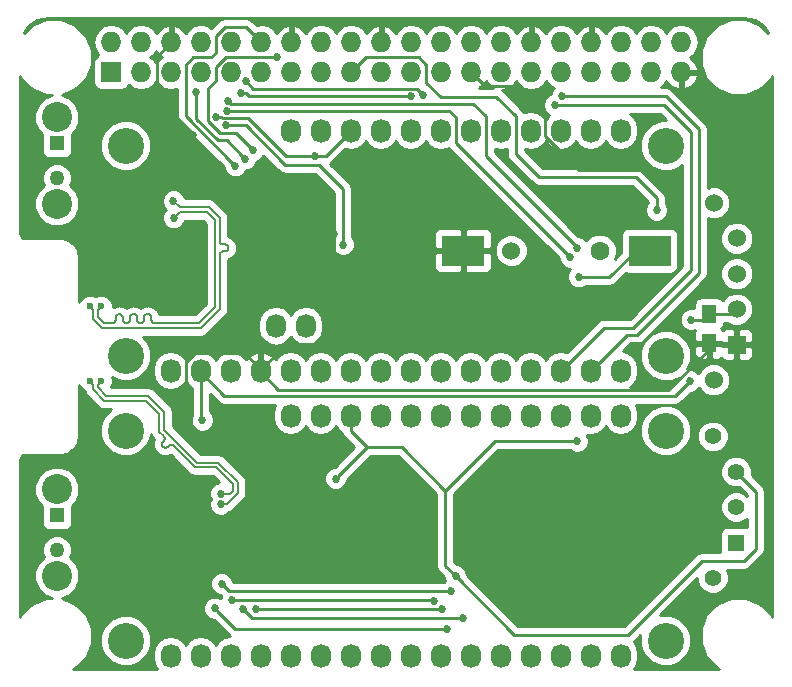
<source format=gbl>
G04 #@! TF.GenerationSoftware,KiCad,Pcbnew,no-vcs-found-01f5a12~58~ubuntu16.04.1*
G04 #@! TF.CreationDate,2017-04-25T17:44:52-04:00*
G04 #@! TF.ProjectId,RPi_Hat,5250695F4861742E6B696361645F7063,rev?*
G04 #@! TF.FileFunction,Copper,L2,Bot,Signal*
G04 #@! TF.FilePolarity,Positive*
%FSLAX46Y46*%
G04 Gerber Fmt 4.6, Leading zero omitted, Abs format (unit mm)*
G04 Created by KiCad (PCBNEW no-vcs-found-01f5a12~58~ubuntu16.04.1) date Tue Apr 25 17:44:52 2017*
%MOMM*%
%LPD*%
G01*
G04 APERTURE LIST*
%ADD10C,0.100000*%
%ADD11C,1.397000*%
%ADD12R,1.397000X1.397000*%
%ADD13C,1.524000*%
%ADD14R,1.524000X1.524000*%
%ADD15C,2.540000*%
%ADD16R,1.270000X1.270000*%
%ADD17C,1.270000*%
%ADD18O,1.727200X1.727200*%
%ADD19R,1.727200X1.727200*%
%ADD20C,3.048000*%
%ADD21O,1.727200X2.032000*%
%ADD22C,1.600000*%
%ADD23R,3.540000X2.600000*%
%ADD24R,3.660000X2.600000*%
%ADD25C,0.600000*%
%ADD26R,1.250000X1.500000*%
%ADD27C,0.685800*%
%ADD28C,0.250000*%
%ADD29C,0.254000*%
%ADD30C,0.203200*%
G04 APERTURE END LIST*
D10*
D11*
X146990492Y-107732505D03*
X146990492Y-95743705D03*
X148946292Y-98740905D03*
X148946292Y-101738105D03*
D12*
X148946292Y-104735305D03*
D13*
X147066691Y-75982504D03*
X147066691Y-90968504D03*
X149022491Y-78979704D03*
X149022491Y-81976904D03*
X149022491Y-84974104D03*
D14*
X149022491Y-87971304D03*
D15*
X91465399Y-107530900D03*
X91465399Y-100241101D03*
D16*
X91465399Y-102400101D03*
D17*
X91465399Y-105397301D03*
D15*
X91465399Y-76034900D03*
X91465399Y-68745101D03*
D16*
X91465399Y-70904101D03*
D17*
X91465399Y-73901301D03*
D18*
X144310800Y-62369200D03*
X144310800Y-64909200D03*
X141770800Y-62369200D03*
X141770800Y-64909200D03*
X139230800Y-62369200D03*
X139230800Y-64909200D03*
X136690800Y-62369200D03*
X136690800Y-64909200D03*
X134150800Y-62369200D03*
X134150800Y-64909200D03*
X131610800Y-62369200D03*
X131610800Y-64909200D03*
X129070800Y-62369200D03*
X129070800Y-64909200D03*
X126530800Y-62369200D03*
X126530800Y-64909200D03*
X123990800Y-62369200D03*
X123990800Y-64909200D03*
X121450800Y-62369200D03*
X121450800Y-64909200D03*
X118910800Y-62369200D03*
X118910800Y-64909200D03*
X116370800Y-62369200D03*
X116370800Y-64909200D03*
X113830800Y-62369200D03*
X113830800Y-64909200D03*
X111290800Y-62369200D03*
X111290800Y-64909200D03*
X108750800Y-62369200D03*
X108750800Y-64909200D03*
X106210800Y-62369200D03*
X106210800Y-64909200D03*
X103670800Y-62369200D03*
X103670800Y-64909200D03*
X101130800Y-62369200D03*
X101130800Y-64909200D03*
X98590800Y-62369200D03*
X98590800Y-64909200D03*
X96050800Y-62369200D03*
D19*
X96050800Y-64909200D03*
D20*
X97282000Y-71120000D03*
X97282000Y-88900000D03*
X143002000Y-88900000D03*
X143002000Y-71120000D03*
D21*
X101092000Y-90170000D03*
X103632000Y-90170000D03*
X106172000Y-90170000D03*
X108712000Y-90170000D03*
X111252000Y-69850000D03*
X111252000Y-90170000D03*
X113792000Y-90170000D03*
X116332000Y-90170000D03*
X118872000Y-90170000D03*
X121412000Y-90170000D03*
X123952000Y-90170000D03*
X126492000Y-90170000D03*
X129032000Y-90170000D03*
X131572000Y-90170000D03*
X134112000Y-90170000D03*
X136652000Y-90170000D03*
X139192000Y-90170000D03*
X139192000Y-69850000D03*
X136652000Y-69850000D03*
X134112000Y-69850000D03*
X131572000Y-69850000D03*
X129032000Y-69850000D03*
X126492000Y-69850000D03*
X123952000Y-69850000D03*
X121412000Y-69850000D03*
X118872000Y-69850000D03*
X116332000Y-69850000D03*
X113792000Y-69850000D03*
X109990000Y-86370000D03*
X112530000Y-86370000D03*
X113792000Y-93980000D03*
X116332000Y-93980000D03*
X118872000Y-93980000D03*
X121412000Y-93980000D03*
X123952000Y-93980000D03*
X126492000Y-93980000D03*
X129032000Y-93980000D03*
X131572000Y-93980000D03*
X134112000Y-93980000D03*
X136652000Y-93980000D03*
X139192000Y-93980000D03*
X139192000Y-114300000D03*
X136652000Y-114300000D03*
X134112000Y-114300000D03*
X131572000Y-114300000D03*
X129032000Y-114300000D03*
X126492000Y-114300000D03*
X123952000Y-114300000D03*
X121412000Y-114300000D03*
X118872000Y-114300000D03*
X116332000Y-114300000D03*
X113792000Y-114300000D03*
X111252000Y-114300000D03*
X111252000Y-93980000D03*
X108712000Y-114300000D03*
X106172000Y-114300000D03*
X103632000Y-114300000D03*
X101092000Y-114300000D03*
D20*
X143002000Y-95250000D03*
X143002000Y-113030000D03*
X97282000Y-113030000D03*
X97282000Y-95250000D03*
D13*
X129913500Y-80010000D03*
D22*
X137413500Y-80010000D03*
D23*
X141643500Y-80010000D03*
D24*
X125843500Y-80010000D03*
D25*
X94234000Y-84709000D03*
X95234000Y-84709000D03*
X95234000Y-91059000D03*
X94234000Y-91059000D03*
D26*
X146685000Y-85364000D03*
X146685000Y-87864000D03*
D27*
X150388500Y-71729600D03*
X88773000Y-106934000D03*
X88646000Y-74422000D03*
X144018000Y-77978000D03*
X141859000Y-97663000D03*
X125603000Y-101219000D03*
X149098000Y-92329000D03*
X142367000Y-82804000D03*
X129032000Y-77216000D03*
X118166957Y-101981000D03*
X109273383Y-97457282D03*
X114935000Y-107823000D03*
X114935000Y-101600000D03*
X96901000Y-104267000D03*
X101346000Y-106172000D03*
X114935000Y-83693000D03*
X96647000Y-79756000D03*
X101473000Y-81915000D03*
X114935000Y-78613000D03*
X102997000Y-70231000D03*
X105740200Y-69407490D03*
X142239998Y-76581000D03*
X115697000Y-79502000D03*
X135508992Y-96139000D03*
X125222000Y-107569000D03*
X115062000Y-99313996D03*
X113284000Y-72009000D03*
X104896518Y-68675487D03*
X145034000Y-91059000D03*
X145161000Y-85852000D03*
X103759000Y-94361006D03*
X108077000Y-71475598D03*
X110109000Y-63627000D03*
X107391194Y-72237600D03*
X103251014Y-66548000D03*
X106553000Y-72847198D03*
X134239000Y-66929000D03*
X122428000Y-66802000D03*
X107442000Y-65658960D03*
X133604000Y-67691000D03*
X121412000Y-66929000D03*
X107061000Y-66675000D03*
X135509000Y-79756000D03*
X105918000Y-67310000D03*
X105898000Y-68166879D03*
X134937500Y-80581500D03*
X105346500Y-100587500D03*
X101320600Y-75819000D03*
X105346500Y-101476500D03*
X101346000Y-77241400D03*
X104838500Y-110299501D03*
X124460006Y-112014000D03*
X124078994Y-110363000D03*
X108331000Y-110363000D03*
X125857000Y-111125000D03*
X107188004Y-110363000D03*
X105410000Y-108204000D03*
X124841000Y-108839000D03*
X123386306Y-109670306D03*
X106299000Y-109601000D03*
X135636000Y-82232500D03*
D28*
X147955000Y-67691000D02*
X150388500Y-70124500D01*
X150388500Y-70124500D02*
X150388500Y-71729600D01*
X145871286Y-67691000D02*
X147955000Y-67691000D01*
X144310800Y-64909200D02*
X144310800Y-66130514D01*
X144310800Y-66130514D02*
X145871286Y-67691000D01*
X126530800Y-64909200D02*
X127719401Y-66097801D01*
X140906500Y-73215500D02*
X143510000Y-75819000D01*
X127719401Y-66097801D02*
X130423301Y-66097801D01*
X143510000Y-75819000D02*
X143510000Y-76517500D01*
X130423301Y-66097801D02*
X132778500Y-68453000D01*
X132778500Y-70349848D02*
X135644152Y-73215500D01*
X132778500Y-68453000D02*
X132778500Y-70349848D01*
X135644152Y-73215500D02*
X140906500Y-73215500D01*
D29*
X143510000Y-76517500D02*
X143510000Y-77470000D01*
X143510000Y-77470000D02*
X143718001Y-77678001D01*
X143718001Y-77678001D02*
X144018000Y-77978000D01*
D28*
X148010491Y-87971304D02*
X149022491Y-87971304D01*
X147076648Y-87971304D02*
X148010491Y-87971304D01*
X108712000Y-90322400D02*
X110210600Y-91821000D01*
X108712000Y-90170000D02*
X108712000Y-90322400D01*
X143226952Y-91821000D02*
X147076648Y-87971304D01*
X110210600Y-91821000D02*
X143226952Y-91821000D01*
X102997000Y-70715933D02*
X110894067Y-78613000D01*
X110894067Y-78613000D02*
X114510736Y-78613000D01*
X102997000Y-70231000D02*
X102997000Y-70715933D01*
X114510736Y-78613000D02*
X114935000Y-78613000D01*
X99903001Y-67137001D02*
X97454999Y-67137001D01*
X97454999Y-67137001D02*
X92202000Y-72390000D01*
X92202000Y-72390000D02*
X89408000Y-72390000D01*
X89408000Y-72390000D02*
X88646000Y-73152000D01*
X88646000Y-73152000D02*
X88646000Y-74422000D01*
X96901000Y-104267000D02*
X96601001Y-103967001D01*
X96601001Y-103967001D02*
X89961999Y-103967001D01*
X89961999Y-103967001D02*
X88773000Y-105156000D01*
X88773000Y-105156000D02*
X88773000Y-106934000D01*
D29*
X142791264Y-82804000D02*
X144018000Y-81577264D01*
X142367000Y-82804000D02*
X142791264Y-82804000D01*
X144018000Y-78402264D02*
X144018000Y-77978000D01*
X144018000Y-81577264D02*
X144018000Y-78402264D01*
D28*
X149098000Y-92329000D02*
X149098000Y-96139000D01*
X149098000Y-96139000D02*
X147574000Y-97663000D01*
X147574000Y-97663000D02*
X142283264Y-97663000D01*
X142283264Y-97663000D02*
X141859000Y-97663000D01*
X129159000Y-97663000D02*
X141434736Y-97663000D01*
X125603000Y-101219000D02*
X129159000Y-97663000D01*
X141434736Y-97663000D02*
X141859000Y-97663000D01*
X109273383Y-97457282D02*
X108973384Y-97157283D01*
X108973384Y-97157283D02*
X105158283Y-97157283D01*
X105158283Y-97157283D02*
X102362000Y-94361000D01*
X102362000Y-94361000D02*
X102362000Y-89408000D01*
X108712000Y-90017600D02*
X108712000Y-90170000D01*
X102362000Y-89408000D02*
X103124000Y-88646000D01*
X103124000Y-88646000D02*
X107340400Y-88646000D01*
X107340400Y-88646000D02*
X108712000Y-90017600D01*
X129032000Y-77216000D02*
X128732001Y-76916001D01*
X128732001Y-76916001D02*
X127387499Y-76916001D01*
X127387499Y-76916001D02*
X125843500Y-78460000D01*
X125843500Y-78460000D02*
X125843500Y-80010000D01*
X117866958Y-101681001D02*
X118166957Y-101981000D01*
X114935000Y-101600000D02*
X117785957Y-101600000D01*
X117785957Y-101600000D02*
X117866958Y-101681001D01*
X109573382Y-97757281D02*
X109273383Y-97457282D01*
X114935000Y-101600000D02*
X113416101Y-101600000D01*
X113416101Y-101600000D02*
X109573382Y-97757281D01*
X114935000Y-101600000D02*
X114935000Y-107823000D01*
X114935000Y-83693000D02*
X114935000Y-86360000D01*
X114935000Y-86360000D02*
X113411000Y-87884000D01*
X113411000Y-87884000D02*
X110908195Y-87884000D01*
X110908195Y-87884000D02*
X108826991Y-89965204D01*
X108826991Y-89965204D02*
X108826991Y-90117604D01*
X98806000Y-106172000D02*
X96901000Y-104267000D01*
X101346000Y-106172000D02*
X98806000Y-106172000D01*
X114935000Y-83693000D02*
X114935000Y-78613000D01*
X99105999Y-82214999D02*
X96647000Y-79756000D01*
X101473000Y-81915000D02*
X101173001Y-82214999D01*
X101173001Y-82214999D02*
X99105999Y-82214999D01*
X102697001Y-69931001D02*
X102997000Y-70231000D01*
X99903001Y-67137001D02*
X102697001Y-69931001D01*
X99903001Y-63596999D02*
X99903001Y-67137001D01*
X101130800Y-62369200D02*
X99903001Y-63596999D01*
X116370800Y-64909200D02*
X117653000Y-63627000D01*
X130302000Y-68643500D02*
X130302000Y-71818500D01*
X117653000Y-63627000D02*
X122110500Y-63627000D01*
X128651000Y-66992500D02*
X130302000Y-68643500D01*
X122110500Y-63627000D02*
X122745500Y-64262000D01*
X122745500Y-64262000D02*
X122745500Y-65786000D01*
X122745500Y-65786000D02*
X123952000Y-66992500D01*
X142239998Y-75564998D02*
X142239998Y-76581000D01*
X123952000Y-66992500D02*
X128651000Y-66992500D01*
X130302000Y-71818500D02*
X132270500Y-73787000D01*
X140462000Y-73787000D02*
X142239998Y-75564998D01*
X132270500Y-73787000D02*
X140462000Y-73787000D01*
X115697000Y-79502000D02*
X115697000Y-74803000D01*
X115697000Y-74803000D02*
X113665000Y-72771000D01*
X106225133Y-69407490D02*
X105740200Y-69407490D01*
X113665000Y-72771000D02*
X110807500Y-72771000D01*
X110807500Y-72771000D02*
X107443990Y-69407490D01*
X107443990Y-69407490D02*
X106225133Y-69407490D01*
X105381451Y-68675487D02*
X105493153Y-68787189D01*
X112859736Y-72009000D02*
X113284000Y-72009000D01*
X105493153Y-68787189D02*
X107649189Y-68787189D01*
X110871000Y-72009000D02*
X112859736Y-72009000D01*
X107649189Y-68787189D02*
X110871000Y-72009000D01*
X104896518Y-68675487D02*
X105381451Y-68675487D01*
X125222000Y-107569000D02*
X130175000Y-112522000D01*
X146050000Y-106299000D02*
X149606000Y-106299000D01*
X130175000Y-112522000D02*
X139827000Y-112522000D01*
X139827000Y-112522000D02*
X146050000Y-106299000D01*
X149606000Y-106299000D02*
X150622000Y-105283000D01*
X150622000Y-105283000D02*
X150622000Y-100416613D01*
X150622000Y-100416613D02*
X148946292Y-98740905D01*
D29*
X124333000Y-100330000D02*
X128524000Y-96139000D01*
X135084728Y-96139000D02*
X135508992Y-96139000D01*
X128524000Y-96139000D02*
X135084728Y-96139000D01*
D28*
X124333000Y-106680000D02*
X125222000Y-107569000D01*
X124333000Y-100330000D02*
X124333000Y-106680000D01*
X117729000Y-96647000D02*
X120650000Y-96647000D01*
X120650000Y-96647000D02*
X124333000Y-100330000D01*
X116332000Y-93980000D02*
X116332000Y-95250000D01*
X116332000Y-95250000D02*
X117729000Y-96647000D01*
X117729000Y-96647000D02*
X117728996Y-96647000D01*
X117728996Y-96647000D02*
X115361999Y-99013997D01*
X115361999Y-99013997D02*
X115062000Y-99313996D01*
X113708264Y-72009000D02*
X113284000Y-72009000D01*
X114235595Y-72009000D02*
X113708264Y-72009000D01*
X116446991Y-69797604D02*
X114235595Y-72009000D01*
X144691101Y-91401899D02*
X145034000Y-91059000D01*
X143764000Y-92329000D02*
X144691101Y-91401899D01*
X103632000Y-90322400D02*
X105638600Y-92329000D01*
X103632000Y-90170000D02*
X103632000Y-90322400D01*
X105638600Y-92329000D02*
X143764000Y-92329000D01*
X146939000Y-85364000D02*
X148632595Y-85364000D01*
X148632595Y-85364000D02*
X149022491Y-84974104D01*
X145161000Y-85852000D02*
X146451000Y-85852000D01*
X146451000Y-85852000D02*
X146939000Y-85364000D01*
X149363104Y-84974104D02*
X149022491Y-84974104D01*
X103632000Y-90170000D02*
X103632000Y-94234006D01*
X103632000Y-94234006D02*
X103759000Y-94361006D01*
X110109000Y-63627000D02*
X105733870Y-63627000D01*
X106654602Y-70053200D02*
X107734101Y-71132699D01*
X105733870Y-63627000D02*
X104902000Y-64458870D01*
X104271517Y-66289483D02*
X104271517Y-69029017D01*
X104902000Y-64458870D02*
X104902000Y-65659000D01*
X104902000Y-65659000D02*
X104271517Y-66289483D01*
X104271517Y-69029017D02*
X105295700Y-70053200D01*
X105295700Y-70053200D02*
X106654602Y-70053200D01*
X107734101Y-71132699D02*
X108077000Y-71475598D01*
X103251014Y-66548000D02*
X103251014Y-68834014D01*
X103251014Y-68834014D02*
X105105200Y-70688200D01*
X105105200Y-70688200D02*
X105841794Y-70688200D01*
X107048295Y-71894701D02*
X107391194Y-72237600D01*
X105841794Y-70688200D02*
X107048295Y-71894701D01*
X102362000Y-68656198D02*
X106210101Y-72504299D01*
X106210101Y-72504299D02*
X106553000Y-72847198D01*
X104902000Y-63246000D02*
X104521000Y-63627000D01*
X104521000Y-63627000D02*
X102997000Y-63627000D01*
X102997000Y-63627000D02*
X102362000Y-64262000D01*
X105664000Y-61087000D02*
X104902000Y-61849000D01*
X107468600Y-61087000D02*
X105664000Y-61087000D01*
X104902000Y-61849000D02*
X104902000Y-63246000D01*
X102362000Y-64262000D02*
X102362000Y-68656198D01*
X108750800Y-62369200D02*
X107468600Y-61087000D01*
X136766991Y-90117604D02*
X139762595Y-87122000D01*
X143002000Y-66929000D02*
X134663264Y-66929000D01*
X134663264Y-66929000D02*
X134239000Y-66929000D01*
X139762595Y-87122000D02*
X140589001Y-87122000D01*
X140589001Y-87122000D02*
X145796000Y-81915001D01*
X145796000Y-81915001D02*
X145796000Y-69723000D01*
X145796000Y-69723000D02*
X143002000Y-66929000D01*
X108087037Y-66303997D02*
X121929997Y-66303997D01*
X107442000Y-65658960D02*
X108087037Y-66303997D01*
X122128001Y-66502001D02*
X122428000Y-66802000D01*
X121929997Y-66303997D02*
X122128001Y-66502001D01*
X134226991Y-90117604D02*
X137796003Y-86548592D01*
X145161000Y-81661000D02*
X145161000Y-69977000D01*
X140273408Y-86548592D02*
X145161000Y-81661000D01*
X134028264Y-67691000D02*
X133604000Y-67691000D01*
X137796003Y-86548592D02*
X140273408Y-86548592D01*
X145161000Y-69977000D02*
X142875000Y-67691000D01*
X142875000Y-67691000D02*
X134028264Y-67691000D01*
X120987736Y-66929000D02*
X121412000Y-66929000D01*
X107739264Y-66929000D02*
X120987736Y-66929000D01*
X107485264Y-66675000D02*
X107739264Y-66929000D01*
X107061000Y-66675000D02*
X107485264Y-66675000D01*
X105918000Y-67310000D02*
X106225507Y-67617507D01*
X106225507Y-67617507D02*
X122600997Y-67617507D01*
X122600997Y-67617507D02*
X122608505Y-67609999D01*
X122608505Y-67609999D02*
X126728499Y-67609999D01*
X126728499Y-67609999D02*
X127762000Y-68643500D01*
X127762000Y-68643500D02*
X127762000Y-72009000D01*
X127762000Y-72009000D02*
X135209001Y-79456001D01*
X135209001Y-79456001D02*
X135509000Y-79756000D01*
X106382933Y-68166879D02*
X105898000Y-68166879D01*
X124681879Y-68166879D02*
X106382933Y-68166879D01*
X134937500Y-80581500D02*
X125222000Y-70866000D01*
X125222000Y-68707000D02*
X124681879Y-68166879D01*
X125222000Y-70866000D02*
X125222000Y-68707000D01*
D30*
X94234000Y-91059000D02*
X94530800Y-91355800D01*
X100348267Y-96497809D02*
X100377414Y-96558335D01*
X100487130Y-96118764D02*
X100419300Y-96186593D01*
X100529015Y-95747022D02*
X100558162Y-95807548D01*
X100419300Y-96610857D02*
X100471822Y-96652742D01*
X94530800Y-91355800D02*
X94530800Y-91770170D01*
X100558162Y-96005715D02*
X100529015Y-96066241D01*
X94530800Y-91770170D02*
X95483330Y-92722700D01*
X95483330Y-92722700D02*
X99039330Y-92722700D01*
X100126800Y-95334170D02*
X100487130Y-95694500D01*
X100730515Y-96681889D02*
X100791041Y-96652742D01*
X100963916Y-96501141D02*
X101024442Y-96471994D01*
X99039330Y-92722700D02*
X100126800Y-93810170D01*
X100126800Y-93810170D02*
X100126800Y-95334170D01*
X100487130Y-95694500D02*
X100529015Y-95747022D01*
X100558162Y-95807548D02*
X100573111Y-95873042D01*
X100471822Y-96652742D02*
X100532348Y-96681889D01*
X100573111Y-95873042D02*
X100573111Y-95940221D01*
X100665021Y-96696838D02*
X100730515Y-96681889D01*
X100573111Y-95940221D02*
X100558162Y-96005715D01*
X100419300Y-96186593D02*
X100377414Y-96239116D01*
X100529015Y-96066241D02*
X100487130Y-96118764D01*
X100791041Y-96652742D02*
X100843564Y-96610857D01*
X100377414Y-96239116D02*
X100348267Y-96299642D01*
X100348267Y-96299642D02*
X100333318Y-96365136D01*
X100333318Y-96365136D02*
X100333318Y-96432315D01*
X100333318Y-96432315D02*
X100348267Y-96497809D01*
X100377414Y-96558335D02*
X100419300Y-96610857D01*
X100532348Y-96681889D02*
X100597842Y-96696838D01*
X100597842Y-96696838D02*
X100665021Y-96696838D01*
X100843564Y-96610857D02*
X100911393Y-96543027D01*
X101157115Y-96457045D02*
X101222609Y-96471994D01*
X100911393Y-96543027D02*
X100963916Y-96501141D01*
X106138630Y-100584000D02*
X105350000Y-100584000D01*
X101024442Y-96471994D02*
X101089936Y-96457045D01*
X101089936Y-96457045D02*
X101157115Y-96457045D01*
X101222609Y-96471994D02*
X101283135Y-96501141D01*
X101283135Y-96501141D02*
X101335658Y-96543028D01*
X106349800Y-99779170D02*
X106349800Y-100372830D01*
X101335658Y-96543028D02*
X103166830Y-98374200D01*
X103166830Y-98374200D02*
X104944830Y-98374200D01*
X104944830Y-98374200D02*
X106349800Y-99779170D01*
X106349800Y-100372830D02*
X106138630Y-100584000D01*
X105350000Y-100584000D02*
X105346500Y-100587500D01*
X101320600Y-75819000D02*
X101841300Y-76339700D01*
X105908854Y-79597453D02*
X105944595Y-79654334D01*
X104313070Y-76339700D02*
X105232200Y-77258830D01*
X105239722Y-80317743D02*
X105232200Y-80384500D01*
X105966783Y-79851256D02*
X105944595Y-79914665D01*
X101841300Y-76339700D02*
X104313070Y-76339700D01*
X105674304Y-79484500D02*
X105741061Y-79492021D01*
X105345154Y-80149950D02*
X105297651Y-80197453D01*
X105232200Y-77258830D02*
X105232200Y-79184500D01*
X105232200Y-79184500D02*
X105239722Y-79251256D01*
X105908854Y-79971546D02*
X105861351Y-80019049D01*
X105532200Y-79484500D02*
X105674304Y-79484500D01*
X105297651Y-79371546D02*
X105345154Y-79419049D01*
X105804470Y-79514209D02*
X105861351Y-79549950D01*
X105239722Y-79251256D02*
X105261910Y-79314665D01*
X105261910Y-79314665D02*
X105297651Y-79371546D01*
X95292830Y-86563200D02*
X94530800Y-85801170D01*
X105861351Y-80019049D02*
X105804470Y-80054790D01*
X105297651Y-80197453D02*
X105261910Y-80254334D01*
X105345154Y-79419049D02*
X105402035Y-79454790D01*
X105465444Y-79476978D02*
X105532200Y-79484500D01*
X105861351Y-79549950D02*
X105908854Y-79597453D01*
X105402035Y-79454790D02*
X105465444Y-79476978D01*
X105741061Y-79492021D02*
X105804470Y-79514209D01*
X103652670Y-86563200D02*
X95292830Y-86563200D01*
X105944595Y-79654334D02*
X105966783Y-79717743D01*
X94530800Y-85801170D02*
X94530800Y-85005800D01*
X105966783Y-79717743D02*
X105974304Y-79784500D01*
X105974304Y-79784500D02*
X105966783Y-79851256D01*
X105402035Y-80114209D02*
X105345154Y-80149950D01*
X105944595Y-79914665D02*
X105908854Y-79971546D01*
X105804470Y-80054790D02*
X105741061Y-80076978D01*
X105741061Y-80076978D02*
X105674304Y-80084500D01*
X105674304Y-80084500D02*
X105532200Y-80084500D01*
X105532200Y-80084500D02*
X105465444Y-80092021D01*
X105465444Y-80092021D02*
X105402035Y-80114209D01*
X105261910Y-80254334D02*
X105239722Y-80317743D01*
X105232200Y-80384500D02*
X105232200Y-84983670D01*
X105232200Y-84983670D02*
X103652670Y-86563200D01*
X94530800Y-85005800D02*
X94234000Y-84709000D01*
X105346500Y-101476500D02*
X105350000Y-101473000D01*
X95651670Y-92316300D02*
X94937200Y-91601830D01*
X105350000Y-101473000D02*
X105824370Y-101473000D01*
X105824370Y-101473000D02*
X106756200Y-100541170D01*
X106756200Y-100541170D02*
X106756200Y-99610830D01*
X105113170Y-97967800D02*
X103335170Y-97967800D01*
X106756200Y-99610830D02*
X105113170Y-97967800D01*
X103335170Y-97967800D02*
X100533200Y-95165830D01*
X100533200Y-95165830D02*
X100533200Y-93641830D01*
X94937200Y-91355800D02*
X95234000Y-91059000D01*
X100533200Y-93641830D02*
X99207670Y-92316300D01*
X99207670Y-92316300D02*
X95651670Y-92316300D01*
X94937200Y-91601830D02*
X94937200Y-91355800D01*
X95234000Y-84709000D02*
X94937200Y-85005800D01*
X98669165Y-86127091D02*
X98726046Y-86091350D01*
X94937200Y-85632830D02*
X95461170Y-86156800D01*
X97573549Y-86043847D02*
X97609290Y-85986966D01*
X97469165Y-86127091D02*
X97526046Y-86091350D01*
X97639000Y-85690802D02*
X97646521Y-85624046D01*
X94937200Y-85005800D02*
X94937200Y-85632830D01*
X96439000Y-85690802D02*
X96446521Y-85624046D01*
X97104450Y-86043847D02*
X97151953Y-86091350D01*
X96504450Y-85503756D02*
X96551953Y-85456253D01*
X96805756Y-85398324D02*
X96869165Y-85420512D01*
X98126046Y-85456253D02*
X98173549Y-85503756D01*
X95461170Y-86156800D02*
X96139000Y-86156800D01*
X99439000Y-85690802D02*
X99439000Y-85856800D01*
X96326046Y-86091350D02*
X96373549Y-86043847D01*
X96139000Y-86156800D02*
X96205756Y-86149279D01*
X97704450Y-85503756D02*
X97751953Y-85456253D01*
X96446521Y-85624046D02*
X96468709Y-85560637D01*
X96205756Y-86149279D02*
X96269165Y-86127091D01*
X98239000Y-85690802D02*
X98239000Y-85856800D01*
X99739000Y-86156800D02*
X103484330Y-86156800D01*
X97646521Y-85624046D02*
X97668709Y-85560637D01*
X96269165Y-86127091D02*
X96326046Y-86091350D01*
X96373549Y-86043847D02*
X96409290Y-85986966D01*
X97151953Y-86091350D02*
X97208834Y-86127091D01*
X103484330Y-86156800D02*
X104825800Y-84815330D01*
X97631478Y-85923557D02*
X97639000Y-85856800D01*
X96409290Y-85986966D02*
X96431478Y-85923557D01*
X96431478Y-85923557D02*
X96439000Y-85856800D01*
X99446521Y-85923557D02*
X99468709Y-85986966D01*
X97526046Y-86091350D02*
X97573549Y-86043847D01*
X96439000Y-85856800D02*
X96439000Y-85690802D01*
X97039000Y-85690802D02*
X97039000Y-85856800D01*
X97039000Y-85856800D02*
X97046521Y-85923557D01*
X96468709Y-85560637D02*
X96504450Y-85503756D01*
X98539000Y-86156800D02*
X98605756Y-86149279D01*
X96551953Y-85456253D02*
X96608834Y-85420512D01*
X98951953Y-85456253D02*
X99008834Y-85420512D01*
X98268709Y-85986966D02*
X98304450Y-86043847D01*
X96608834Y-85420512D02*
X96672243Y-85398324D01*
X96869165Y-85420512D02*
X96926046Y-85456253D01*
X96672243Y-85398324D02*
X96739000Y-85390802D01*
X96739000Y-85390802D02*
X96805756Y-85398324D01*
X98239000Y-85856800D02*
X98246521Y-85923557D01*
X98005756Y-85398324D02*
X98069165Y-85420512D01*
X97068709Y-85986966D02*
X97104450Y-86043847D01*
X96926046Y-85456253D02*
X96973549Y-85503756D01*
X98231478Y-85624046D02*
X98239000Y-85690802D01*
X99139000Y-85390802D02*
X99205756Y-85398324D01*
X104144730Y-76746100D02*
X101841300Y-76746100D01*
X96973549Y-85503756D02*
X97009290Y-85560637D01*
X97009290Y-85560637D02*
X97031478Y-85624046D01*
X97031478Y-85624046D02*
X97039000Y-85690802D01*
X97046521Y-85923557D02*
X97068709Y-85986966D01*
X97208834Y-86127091D02*
X97272243Y-86149279D01*
X99551953Y-86091350D02*
X99608834Y-86127091D01*
X97272243Y-86149279D02*
X97339000Y-86156800D01*
X98868709Y-85560637D02*
X98904450Y-85503756D01*
X97339000Y-86156800D02*
X97405756Y-86149279D01*
X97405756Y-86149279D02*
X97469165Y-86127091D01*
X97609290Y-85986966D02*
X97631478Y-85923557D01*
X97639000Y-85856800D02*
X97639000Y-85690802D01*
X98209290Y-85560637D02*
X98231478Y-85624046D01*
X97668709Y-85560637D02*
X97704450Y-85503756D01*
X97751953Y-85456253D02*
X97808834Y-85420512D01*
X97808834Y-85420512D02*
X97872243Y-85398324D01*
X97872243Y-85398324D02*
X97939000Y-85390802D01*
X97939000Y-85390802D02*
X98005756Y-85398324D01*
X98773549Y-86043847D02*
X98809290Y-85986966D01*
X98069165Y-85420512D02*
X98126046Y-85456253D01*
X98839000Y-85856800D02*
X98839000Y-85690802D01*
X98173549Y-85503756D02*
X98209290Y-85560637D01*
X98246521Y-85923557D02*
X98268709Y-85986966D01*
X98304450Y-86043847D02*
X98351953Y-86091350D01*
X98351953Y-86091350D02*
X98408834Y-86127091D01*
X98408834Y-86127091D02*
X98472243Y-86149279D01*
X98472243Y-86149279D02*
X98539000Y-86156800D01*
X98605756Y-86149279D02*
X98669165Y-86127091D01*
X99008834Y-85420512D02*
X99072243Y-85398324D01*
X98726046Y-86091350D02*
X98773549Y-86043847D01*
X98809290Y-85986966D02*
X98831478Y-85923557D01*
X98831478Y-85923557D02*
X98839000Y-85856800D01*
X98839000Y-85690802D02*
X98846521Y-85624046D01*
X99205756Y-85398324D02*
X99269165Y-85420512D01*
X98846521Y-85624046D02*
X98868709Y-85560637D01*
X101841300Y-76746100D02*
X101346000Y-77241400D01*
X98904450Y-85503756D02*
X98951953Y-85456253D01*
X99072243Y-85398324D02*
X99139000Y-85390802D01*
X99373549Y-85503756D02*
X99409290Y-85560637D01*
X99269165Y-85420512D02*
X99326046Y-85456253D01*
X99326046Y-85456253D02*
X99373549Y-85503756D01*
X99409290Y-85560637D02*
X99431478Y-85624046D01*
X104825800Y-77427170D02*
X104144730Y-76746100D01*
X99431478Y-85624046D02*
X99439000Y-85690802D01*
X99439000Y-85856800D02*
X99446521Y-85923557D01*
X99468709Y-85986966D02*
X99504450Y-86043847D01*
X99504450Y-86043847D02*
X99551953Y-86091350D01*
X99608834Y-86127091D02*
X99672243Y-86149279D01*
X99672243Y-86149279D02*
X99739000Y-86156800D01*
X104825800Y-84815330D02*
X104825800Y-77427170D01*
D28*
X105138499Y-110599500D02*
X104838500Y-110299501D01*
X106552999Y-112014000D02*
X105138499Y-110599500D01*
X124460006Y-112014000D02*
X106552999Y-112014000D01*
X108331000Y-110363000D02*
X124078994Y-110363000D01*
X107950004Y-111125000D02*
X125432736Y-111125000D01*
X107188004Y-110363000D02*
X107950004Y-111125000D01*
X125432736Y-111125000D02*
X125857000Y-111125000D01*
X105709999Y-108503999D02*
X105410000Y-108204000D01*
X106045000Y-108839000D02*
X105709999Y-108503999D01*
X124841000Y-108839000D02*
X106045000Y-108839000D01*
X106299000Y-109601000D02*
X123317000Y-109601000D01*
X123317000Y-109601000D02*
X123386306Y-109670306D01*
X135636000Y-82232500D02*
X135653501Y-82250001D01*
X135653501Y-82250001D02*
X138221999Y-82250001D01*
X138221999Y-82250001D02*
X140462000Y-80010000D01*
X140462000Y-80010000D02*
X141643500Y-80010000D01*
D29*
G36*
X150561577Y-60512817D02*
X151308263Y-61011737D01*
X151694203Y-61589337D01*
X151011136Y-60905077D01*
X149825506Y-60412761D01*
X148541726Y-60411641D01*
X147355239Y-60901887D01*
X146446677Y-61808864D01*
X145954361Y-62994494D01*
X145953241Y-64278274D01*
X146443487Y-65464761D01*
X147350464Y-66373323D01*
X148536094Y-66865639D01*
X149819874Y-66866759D01*
X151006361Y-66376513D01*
X151914923Y-65469536D01*
X151995800Y-65274762D01*
X151995800Y-111001656D01*
X151918113Y-110813639D01*
X151011136Y-109905077D01*
X149825506Y-109412761D01*
X148541726Y-109411641D01*
X147355239Y-109901887D01*
X146446677Y-110808864D01*
X145954361Y-111994494D01*
X145953241Y-113278274D01*
X146443487Y-114464761D01*
X147350464Y-115373323D01*
X147545238Y-115454200D01*
X140311950Y-115454200D01*
X140576526Y-115058234D01*
X140690600Y-114484745D01*
X140690600Y-114115255D01*
X140576526Y-113541766D01*
X140288228Y-113110298D01*
X140364401Y-113059401D01*
X140856327Y-112567475D01*
X140843376Y-112598664D01*
X140842626Y-113457567D01*
X141170622Y-114251377D01*
X141777428Y-114859244D01*
X142570664Y-115188624D01*
X143429567Y-115189374D01*
X144223377Y-114861378D01*
X144831244Y-114254572D01*
X145160624Y-113461336D01*
X145161374Y-112602433D01*
X144833378Y-111808623D01*
X144226572Y-111200756D01*
X143433336Y-110871376D01*
X142574433Y-110870626D01*
X142538208Y-110885594D01*
X145656962Y-107766840D01*
X145656761Y-107996591D01*
X145859346Y-108486885D01*
X146234139Y-108862332D01*
X146724079Y-109065773D01*
X147254578Y-109066236D01*
X147744872Y-108863651D01*
X148120319Y-108488858D01*
X148323760Y-107998918D01*
X148324223Y-107468419D01*
X148155055Y-107059000D01*
X149606000Y-107059000D01*
X149896839Y-107001148D01*
X150143401Y-106836401D01*
X151159401Y-105820401D01*
X151324148Y-105573839D01*
X151382000Y-105283000D01*
X151382000Y-100416613D01*
X151324148Y-100125774D01*
X151159401Y-99879212D01*
X150279567Y-98999378D01*
X150280023Y-98476819D01*
X150077438Y-97986525D01*
X149702645Y-97611078D01*
X149212705Y-97407637D01*
X148682206Y-97407174D01*
X148191912Y-97609759D01*
X147816465Y-97984552D01*
X147613024Y-98474492D01*
X147612561Y-99004991D01*
X147815146Y-99495285D01*
X148189939Y-99870732D01*
X148679879Y-100074173D01*
X149205216Y-100074631D01*
X149862000Y-100731415D01*
X149862000Y-100767911D01*
X149702645Y-100608278D01*
X149212705Y-100404837D01*
X148682206Y-100404374D01*
X148191912Y-100606959D01*
X147816465Y-100981752D01*
X147613024Y-101471692D01*
X147612561Y-102002191D01*
X147815146Y-102492485D01*
X148189939Y-102867932D01*
X148679879Y-103071373D01*
X149210378Y-103071836D01*
X149700672Y-102869251D01*
X149862000Y-102708204D01*
X149862000Y-103432570D01*
X149644792Y-103389365D01*
X148247792Y-103389365D01*
X148000027Y-103438648D01*
X147789983Y-103578996D01*
X147649635Y-103789040D01*
X147600352Y-104036805D01*
X147600352Y-105433805D01*
X147621276Y-105539000D01*
X146050000Y-105539000D01*
X145759161Y-105596852D01*
X145512599Y-105761599D01*
X139512198Y-111762000D01*
X130489802Y-111762000D01*
X126199985Y-107472183D01*
X126200069Y-107375337D01*
X126051507Y-107015788D01*
X125776659Y-106740460D01*
X125417370Y-106591270D01*
X125318986Y-106591184D01*
X125093000Y-106365198D01*
X125093000Y-100647630D01*
X128839630Y-96901000D01*
X134887909Y-96901000D01*
X134954333Y-96967540D01*
X135313622Y-97116730D01*
X135702655Y-97117069D01*
X136062204Y-96968507D01*
X136337532Y-96693659D01*
X136486722Y-96334370D01*
X136487061Y-95945337D01*
X136376422Y-95677567D01*
X140842626Y-95677567D01*
X141170622Y-96471377D01*
X141777428Y-97079244D01*
X142570664Y-97408624D01*
X143429567Y-97409374D01*
X144223377Y-97081378D01*
X144831244Y-96474572D01*
X145025068Y-96007791D01*
X145656761Y-96007791D01*
X145859346Y-96498085D01*
X146234139Y-96873532D01*
X146724079Y-97076973D01*
X147254578Y-97077436D01*
X147744872Y-96874851D01*
X148120319Y-96500058D01*
X148323760Y-96010118D01*
X148324223Y-95479619D01*
X148121638Y-94989325D01*
X147746845Y-94613878D01*
X147256905Y-94410437D01*
X146726406Y-94409974D01*
X146236112Y-94612559D01*
X145860665Y-94987352D01*
X145657224Y-95477292D01*
X145656761Y-96007791D01*
X145025068Y-96007791D01*
X145160624Y-95681336D01*
X145161374Y-94822433D01*
X144833378Y-94028623D01*
X144226572Y-93420756D01*
X143433336Y-93091376D01*
X142574433Y-93090626D01*
X141780623Y-93418622D01*
X141172756Y-94025428D01*
X140843376Y-94818664D01*
X140842626Y-95677567D01*
X136376422Y-95677567D01*
X136345341Y-95602347D01*
X136652000Y-95663345D01*
X137225489Y-95549271D01*
X137711670Y-95224415D01*
X137922000Y-94909634D01*
X138132330Y-95224415D01*
X138618511Y-95549271D01*
X139192000Y-95663345D01*
X139765489Y-95549271D01*
X140251670Y-95224415D01*
X140576526Y-94738234D01*
X140690600Y-94164745D01*
X140690600Y-93795255D01*
X140576526Y-93221766D01*
X140487815Y-93089000D01*
X143764000Y-93089000D01*
X144054839Y-93031148D01*
X144301401Y-92866401D01*
X145130817Y-92036985D01*
X145227663Y-92037069D01*
X145587212Y-91888507D01*
X145833631Y-91642517D01*
X145881681Y-91758807D01*
X146274321Y-92152133D01*
X146787591Y-92365261D01*
X147343352Y-92365746D01*
X147856994Y-92153514D01*
X148250320Y-91760874D01*
X148463448Y-91247604D01*
X148463933Y-90691843D01*
X148251701Y-90178201D01*
X147859061Y-89784875D01*
X147345791Y-89571747D01*
X146790030Y-89571262D01*
X146276388Y-89783494D01*
X145883062Y-90176134D01*
X145780645Y-90422781D01*
X145588659Y-90230460D01*
X145229370Y-90081270D01*
X144849362Y-90080939D01*
X145160624Y-89331336D01*
X145161374Y-88472433D01*
X145028044Y-88149750D01*
X145425000Y-88149750D01*
X145425000Y-88740309D01*
X145521673Y-88973698D01*
X145700301Y-89152327D01*
X145933690Y-89249000D01*
X146399250Y-89249000D01*
X146558000Y-89090250D01*
X146558000Y-87991000D01*
X146812000Y-87991000D01*
X146812000Y-89090250D01*
X146970750Y-89249000D01*
X147436310Y-89249000D01*
X147669699Y-89152327D01*
X147725594Y-89096432D01*
X147900792Y-89271631D01*
X148134181Y-89368304D01*
X148736741Y-89368304D01*
X148895491Y-89209554D01*
X148895491Y-88098304D01*
X149149491Y-88098304D01*
X149149491Y-89209554D01*
X149308241Y-89368304D01*
X149910801Y-89368304D01*
X150144190Y-89271631D01*
X150322818Y-89093002D01*
X150419491Y-88859613D01*
X150419491Y-88257054D01*
X150260741Y-88098304D01*
X149149491Y-88098304D01*
X148895491Y-88098304D01*
X147893554Y-88098304D01*
X147786250Y-87991000D01*
X146812000Y-87991000D01*
X146558000Y-87991000D01*
X145583750Y-87991000D01*
X145425000Y-88149750D01*
X145028044Y-88149750D01*
X144833378Y-87678623D01*
X144226572Y-87070756D01*
X143433336Y-86741376D01*
X142574433Y-86740626D01*
X141780623Y-87068622D01*
X141172756Y-87675428D01*
X140843376Y-88468664D01*
X140842626Y-89327567D01*
X141170622Y-90121377D01*
X141777428Y-90729244D01*
X142570664Y-91058624D01*
X143429567Y-91059374D01*
X144087950Y-90787335D01*
X144056270Y-90863630D01*
X144056184Y-90962014D01*
X143449198Y-91569000D01*
X140020317Y-91569000D01*
X140251670Y-91414415D01*
X140576526Y-90928234D01*
X140690600Y-90354745D01*
X140690600Y-89985255D01*
X140576526Y-89411766D01*
X140251670Y-88925585D01*
X139765489Y-88600729D01*
X139426164Y-88533233D01*
X140077397Y-87882000D01*
X140589001Y-87882000D01*
X140879840Y-87824148D01*
X141126402Y-87659401D01*
X142740140Y-86045663D01*
X144182931Y-86045663D01*
X144331493Y-86405212D01*
X144606341Y-86680540D01*
X144965630Y-86829730D01*
X145354663Y-86830069D01*
X145518295Y-86762458D01*
X145425000Y-86987691D01*
X145425000Y-87578250D01*
X145583750Y-87737000D01*
X146558000Y-87737000D01*
X146558000Y-87717000D01*
X146812000Y-87717000D01*
X146812000Y-87737000D01*
X147676937Y-87737000D01*
X147784241Y-87844304D01*
X148895491Y-87844304D01*
X148895491Y-86733054D01*
X149149491Y-86733054D01*
X149149491Y-87844304D01*
X150260741Y-87844304D01*
X150419491Y-87685554D01*
X150419491Y-87082995D01*
X150322818Y-86849606D01*
X150144190Y-86670977D01*
X149910801Y-86574304D01*
X149308241Y-86574304D01*
X149149491Y-86733054D01*
X148895491Y-86733054D01*
X148736741Y-86574304D01*
X148134181Y-86574304D01*
X147900792Y-86670977D01*
X147832897Y-86738872D01*
X147706680Y-86612654D01*
X147767809Y-86571809D01*
X147908157Y-86361765D01*
X147955451Y-86124000D01*
X148196447Y-86124000D01*
X148230121Y-86157733D01*
X148743391Y-86370861D01*
X149299152Y-86371346D01*
X149812794Y-86159114D01*
X150206120Y-85766474D01*
X150419248Y-85253204D01*
X150419733Y-84697443D01*
X150207501Y-84183801D01*
X149814861Y-83790475D01*
X149301591Y-83577347D01*
X148745830Y-83576862D01*
X148232188Y-83789094D01*
X147838862Y-84181734D01*
X147818171Y-84231563D01*
X147767809Y-84156191D01*
X147557765Y-84015843D01*
X147310000Y-83966560D01*
X146060000Y-83966560D01*
X145812235Y-84015843D01*
X145602191Y-84156191D01*
X145461843Y-84366235D01*
X145412560Y-84614000D01*
X145412560Y-84897602D01*
X145356370Y-84874270D01*
X144967337Y-84873931D01*
X144607788Y-85022493D01*
X144332460Y-85297341D01*
X144183270Y-85656630D01*
X144182931Y-86045663D01*
X142740140Y-86045663D01*
X146333401Y-82452402D01*
X146466259Y-82253565D01*
X147625249Y-82253565D01*
X147837481Y-82767207D01*
X148230121Y-83160533D01*
X148743391Y-83373661D01*
X149299152Y-83374146D01*
X149812794Y-83161914D01*
X150206120Y-82769274D01*
X150419248Y-82256004D01*
X150419733Y-81700243D01*
X150207501Y-81186601D01*
X149814861Y-80793275D01*
X149301591Y-80580147D01*
X148745830Y-80579662D01*
X148232188Y-80791894D01*
X147838862Y-81184534D01*
X147625734Y-81697804D01*
X147625249Y-82253565D01*
X146466259Y-82253565D01*
X146498148Y-82205840D01*
X146556000Y-81915001D01*
X146556000Y-79256365D01*
X147625249Y-79256365D01*
X147837481Y-79770007D01*
X148230121Y-80163333D01*
X148743391Y-80376461D01*
X149299152Y-80376946D01*
X149812794Y-80164714D01*
X150206120Y-79772074D01*
X150419248Y-79258804D01*
X150419733Y-78703043D01*
X150207501Y-78189401D01*
X149814861Y-77796075D01*
X149301591Y-77582947D01*
X148745830Y-77582462D01*
X148232188Y-77794694D01*
X147838862Y-78187334D01*
X147625734Y-78700604D01*
X147625249Y-79256365D01*
X146556000Y-79256365D01*
X146556000Y-77283096D01*
X146787591Y-77379261D01*
X147343352Y-77379746D01*
X147856994Y-77167514D01*
X148250320Y-76774874D01*
X148463448Y-76261604D01*
X148463933Y-75705843D01*
X148251701Y-75192201D01*
X147859061Y-74798875D01*
X147345791Y-74585747D01*
X146790030Y-74585262D01*
X146556000Y-74681961D01*
X146556000Y-69723000D01*
X146498148Y-69432161D01*
X146333401Y-69185599D01*
X143539401Y-66391599D01*
X143292839Y-66226852D01*
X143002000Y-66169000D01*
X142574893Y-66169000D01*
X142830470Y-65998229D01*
X143046464Y-65674972D01*
X143103979Y-65797690D01*
X143535853Y-66191888D01*
X143951774Y-66364158D01*
X144183800Y-66243017D01*
X144183800Y-65036200D01*
X144437800Y-65036200D01*
X144437800Y-66243017D01*
X144669826Y-66364158D01*
X145085747Y-66191888D01*
X145517621Y-65797690D01*
X145765768Y-65268227D01*
X145645269Y-65036200D01*
X144437800Y-65036200D01*
X144183800Y-65036200D01*
X144163800Y-65036200D01*
X144163800Y-64782200D01*
X144183800Y-64782200D01*
X144183800Y-64762200D01*
X144437800Y-64762200D01*
X144437800Y-64782200D01*
X145645269Y-64782200D01*
X145765768Y-64550173D01*
X145517621Y-64020710D01*
X145099639Y-63639192D01*
X145370470Y-63458229D01*
X145695326Y-62972048D01*
X145809400Y-62398559D01*
X145809400Y-62339841D01*
X145695326Y-61766352D01*
X145370470Y-61280171D01*
X144884289Y-60955315D01*
X144310800Y-60841241D01*
X143737311Y-60955315D01*
X143251130Y-61280171D01*
X143040800Y-61594952D01*
X142830470Y-61280171D01*
X142344289Y-60955315D01*
X141770800Y-60841241D01*
X141197311Y-60955315D01*
X140711130Y-61280171D01*
X140500800Y-61594952D01*
X140290470Y-61280171D01*
X139804289Y-60955315D01*
X139230800Y-60841241D01*
X138657311Y-60955315D01*
X138171130Y-61280171D01*
X137955136Y-61603428D01*
X137897621Y-61480710D01*
X137465747Y-61086512D01*
X137049826Y-60914242D01*
X136817800Y-61035383D01*
X136817800Y-62242200D01*
X136837800Y-62242200D01*
X136837800Y-62496200D01*
X136817800Y-62496200D01*
X136817800Y-62516200D01*
X136563800Y-62516200D01*
X136563800Y-62496200D01*
X136543800Y-62496200D01*
X136543800Y-62242200D01*
X136563800Y-62242200D01*
X136563800Y-61035383D01*
X136331774Y-60914242D01*
X135915853Y-61086512D01*
X135483979Y-61480710D01*
X135426464Y-61603428D01*
X135210470Y-61280171D01*
X134724289Y-60955315D01*
X134150800Y-60841241D01*
X133577311Y-60955315D01*
X133091130Y-61280171D01*
X132875136Y-61603428D01*
X132817621Y-61480710D01*
X132385747Y-61086512D01*
X131969826Y-60914242D01*
X131737800Y-61035383D01*
X131737800Y-62242200D01*
X131757800Y-62242200D01*
X131757800Y-62496200D01*
X131737800Y-62496200D01*
X131737800Y-62516200D01*
X131483800Y-62516200D01*
X131483800Y-62496200D01*
X131463800Y-62496200D01*
X131463800Y-62242200D01*
X131483800Y-62242200D01*
X131483800Y-61035383D01*
X131251774Y-60914242D01*
X130835853Y-61086512D01*
X130403979Y-61480710D01*
X130346464Y-61603428D01*
X130130470Y-61280171D01*
X129644289Y-60955315D01*
X129070800Y-60841241D01*
X128497311Y-60955315D01*
X128011130Y-61280171D01*
X127800800Y-61594952D01*
X127590470Y-61280171D01*
X127104289Y-60955315D01*
X126530800Y-60841241D01*
X125957311Y-60955315D01*
X125471130Y-61280171D01*
X125260800Y-61594952D01*
X125050470Y-61280171D01*
X124564289Y-60955315D01*
X123990800Y-60841241D01*
X123417311Y-60955315D01*
X122931130Y-61280171D01*
X122720800Y-61594952D01*
X122510470Y-61280171D01*
X122024289Y-60955315D01*
X121450800Y-60841241D01*
X120877311Y-60955315D01*
X120391130Y-61280171D01*
X120175136Y-61603428D01*
X120117621Y-61480710D01*
X119685747Y-61086512D01*
X119269826Y-60914242D01*
X119037800Y-61035383D01*
X119037800Y-62242200D01*
X119057800Y-62242200D01*
X119057800Y-62496200D01*
X119037800Y-62496200D01*
X119037800Y-62516200D01*
X118783800Y-62516200D01*
X118783800Y-62496200D01*
X118763800Y-62496200D01*
X118763800Y-62242200D01*
X118783800Y-62242200D01*
X118783800Y-61035383D01*
X118551774Y-60914242D01*
X118135853Y-61086512D01*
X117703979Y-61480710D01*
X117646464Y-61603428D01*
X117430470Y-61280171D01*
X116944289Y-60955315D01*
X116370800Y-60841241D01*
X115797311Y-60955315D01*
X115311130Y-61280171D01*
X115100800Y-61594952D01*
X114890470Y-61280171D01*
X114404289Y-60955315D01*
X113830800Y-60841241D01*
X113257311Y-60955315D01*
X112771130Y-61280171D01*
X112555136Y-61603428D01*
X112497621Y-61480710D01*
X112065747Y-61086512D01*
X111649826Y-60914242D01*
X111417800Y-61035383D01*
X111417800Y-62242200D01*
X111437800Y-62242200D01*
X111437800Y-62496200D01*
X111417800Y-62496200D01*
X111417800Y-62516200D01*
X111163800Y-62516200D01*
X111163800Y-62496200D01*
X111143800Y-62496200D01*
X111143800Y-62242200D01*
X111163800Y-62242200D01*
X111163800Y-61035383D01*
X110931774Y-60914242D01*
X110515853Y-61086512D01*
X110083979Y-61480710D01*
X110026464Y-61603428D01*
X109810470Y-61280171D01*
X109324289Y-60955315D01*
X108750800Y-60841241D01*
X108372827Y-60916425D01*
X108006001Y-60549599D01*
X107759439Y-60384852D01*
X107468600Y-60327000D01*
X105664000Y-60327000D01*
X105373161Y-60384852D01*
X105126599Y-60549599D01*
X104529986Y-61146212D01*
X104244289Y-60955315D01*
X103670800Y-60841241D01*
X103097311Y-60955315D01*
X102611130Y-61280171D01*
X102395136Y-61603428D01*
X102337621Y-61480710D01*
X101905747Y-61086512D01*
X101489826Y-60914242D01*
X101257800Y-61035383D01*
X101257800Y-62242200D01*
X101277800Y-62242200D01*
X101277800Y-62496200D01*
X101257800Y-62496200D01*
X101257800Y-62516200D01*
X101003800Y-62516200D01*
X101003800Y-62496200D01*
X100983800Y-62496200D01*
X100983800Y-62242200D01*
X101003800Y-62242200D01*
X101003800Y-61035383D01*
X100771774Y-60914242D01*
X100355853Y-61086512D01*
X99923979Y-61480710D01*
X99866464Y-61603428D01*
X99650470Y-61280171D01*
X99164289Y-60955315D01*
X98590800Y-60841241D01*
X98017311Y-60955315D01*
X97531130Y-61280171D01*
X97320800Y-61594952D01*
X97110470Y-61280171D01*
X96624289Y-60955315D01*
X96050800Y-60841241D01*
X95477311Y-60955315D01*
X94991130Y-61280171D01*
X94666274Y-61766352D01*
X94552200Y-62339841D01*
X94552200Y-62398559D01*
X94666274Y-62972048D01*
X94978704Y-63439632D01*
X94939435Y-63447443D01*
X94729391Y-63587791D01*
X94589043Y-63797835D01*
X94539760Y-64045600D01*
X94539760Y-65772800D01*
X94589043Y-66020565D01*
X94729391Y-66230609D01*
X94939435Y-66370957D01*
X95187200Y-66420240D01*
X96914400Y-66420240D01*
X97162165Y-66370957D01*
X97372209Y-66230609D01*
X97512557Y-66020565D01*
X97520241Y-65981933D01*
X97531130Y-65998229D01*
X98017311Y-66323085D01*
X98590800Y-66437159D01*
X99164289Y-66323085D01*
X99650470Y-65998229D01*
X99860800Y-65683448D01*
X100071130Y-65998229D01*
X100557311Y-66323085D01*
X101130800Y-66437159D01*
X101602000Y-66343432D01*
X101602000Y-68656198D01*
X101659852Y-68947037D01*
X101824599Y-69193599D01*
X105575015Y-72944015D01*
X105574931Y-73040861D01*
X105723493Y-73400410D01*
X105998341Y-73675738D01*
X106357630Y-73824928D01*
X106746663Y-73825267D01*
X107106212Y-73676705D01*
X107381540Y-73401857D01*
X107458898Y-73215559D01*
X107584857Y-73215669D01*
X107944406Y-73067107D01*
X108219734Y-72792259D01*
X108368924Y-72432970D01*
X108368941Y-72413059D01*
X108630212Y-72305105D01*
X108905540Y-72030257D01*
X108930895Y-71969197D01*
X110270099Y-73308401D01*
X110516660Y-73473148D01*
X110564914Y-73482746D01*
X110807500Y-73531000D01*
X113350198Y-73531000D01*
X114937000Y-75117802D01*
X114937000Y-78878920D01*
X114868460Y-78947341D01*
X114719270Y-79306630D01*
X114718931Y-79695663D01*
X114867493Y-80055212D01*
X115142341Y-80330540D01*
X115501630Y-80479730D01*
X115890663Y-80480069D01*
X116250212Y-80331507D01*
X116286031Y-80295750D01*
X123378500Y-80295750D01*
X123378500Y-81436310D01*
X123475173Y-81669699D01*
X123653802Y-81848327D01*
X123887191Y-81945000D01*
X125557750Y-81945000D01*
X125716500Y-81786250D01*
X125716500Y-80137000D01*
X125970500Y-80137000D01*
X125970500Y-81786250D01*
X126129250Y-81945000D01*
X127799809Y-81945000D01*
X128033198Y-81848327D01*
X128211827Y-81669699D01*
X128308500Y-81436310D01*
X128308500Y-80295750D01*
X128299411Y-80286661D01*
X128516258Y-80286661D01*
X128728490Y-80800303D01*
X129121130Y-81193629D01*
X129634400Y-81406757D01*
X130190161Y-81407242D01*
X130703803Y-81195010D01*
X131097129Y-80802370D01*
X131310257Y-80289100D01*
X131310742Y-79733339D01*
X131098510Y-79219697D01*
X130705870Y-78826371D01*
X130192600Y-78613243D01*
X129636839Y-78612758D01*
X129123197Y-78824990D01*
X128729871Y-79217630D01*
X128516743Y-79730900D01*
X128516258Y-80286661D01*
X128299411Y-80286661D01*
X128149750Y-80137000D01*
X125970500Y-80137000D01*
X125716500Y-80137000D01*
X123537250Y-80137000D01*
X123378500Y-80295750D01*
X116286031Y-80295750D01*
X116525540Y-80056659D01*
X116674730Y-79697370D01*
X116675069Y-79308337D01*
X116526507Y-78948788D01*
X116457000Y-78879160D01*
X116457000Y-78583690D01*
X123378500Y-78583690D01*
X123378500Y-79724250D01*
X123537250Y-79883000D01*
X125716500Y-79883000D01*
X125716500Y-78233750D01*
X125970500Y-78233750D01*
X125970500Y-79883000D01*
X128149750Y-79883000D01*
X128308500Y-79724250D01*
X128308500Y-78583690D01*
X128211827Y-78350301D01*
X128033198Y-78171673D01*
X127799809Y-78075000D01*
X126129250Y-78075000D01*
X125970500Y-78233750D01*
X125716500Y-78233750D01*
X125557750Y-78075000D01*
X123887191Y-78075000D01*
X123653802Y-78171673D01*
X123475173Y-78350301D01*
X123378500Y-78583690D01*
X116457000Y-78583690D01*
X116457000Y-74803000D01*
X116399148Y-74512161D01*
X116234401Y-74265599D01*
X114618460Y-72649658D01*
X114772996Y-72546401D01*
X115876631Y-71442766D01*
X116332000Y-71533345D01*
X116905489Y-71419271D01*
X117391670Y-71094415D01*
X117602000Y-70779634D01*
X117812330Y-71094415D01*
X118298511Y-71419271D01*
X118872000Y-71533345D01*
X119445489Y-71419271D01*
X119931670Y-71094415D01*
X120142000Y-70779634D01*
X120352330Y-71094415D01*
X120838511Y-71419271D01*
X121412000Y-71533345D01*
X121985489Y-71419271D01*
X122471670Y-71094415D01*
X122682000Y-70779634D01*
X122892330Y-71094415D01*
X123378511Y-71419271D01*
X123952000Y-71533345D01*
X124525489Y-71419271D01*
X124642819Y-71340873D01*
X124684599Y-71403401D01*
X133959515Y-80678317D01*
X133959431Y-80775163D01*
X134107993Y-81134712D01*
X134382841Y-81410040D01*
X134742130Y-81559230D01*
X134926118Y-81559390D01*
X134807460Y-81677841D01*
X134658270Y-82037130D01*
X134657931Y-82426163D01*
X134806493Y-82785712D01*
X135081341Y-83061040D01*
X135440630Y-83210230D01*
X135829663Y-83210569D01*
X136189212Y-83062007D01*
X136241309Y-83010001D01*
X138221999Y-83010001D01*
X138512838Y-82952149D01*
X138759400Y-82787402D01*
X139636503Y-81910299D01*
X139873500Y-81957440D01*
X143413500Y-81957440D01*
X143661265Y-81908157D01*
X143871309Y-81767809D01*
X144011657Y-81557765D01*
X144060940Y-81310000D01*
X144060940Y-78710000D01*
X144011657Y-78462235D01*
X143871309Y-78252191D01*
X143661265Y-78111843D01*
X143413500Y-78062560D01*
X139873500Y-78062560D01*
X139625735Y-78111843D01*
X139415691Y-78252191D01*
X139275343Y-78462235D01*
X139226060Y-78710000D01*
X139226060Y-80171138D01*
X138669124Y-80728074D01*
X138848250Y-80296691D01*
X138848748Y-79725813D01*
X138630743Y-79198200D01*
X138227423Y-78794176D01*
X137700191Y-78575250D01*
X137129313Y-78574752D01*
X136601700Y-78792757D01*
X136264859Y-79129011D01*
X136063659Y-78927460D01*
X135704370Y-78778270D01*
X135605986Y-78778184D01*
X128522000Y-71694198D01*
X128522000Y-71431900D01*
X129032000Y-71533345D01*
X129542000Y-71431900D01*
X129542000Y-71818500D01*
X129599852Y-72109339D01*
X129764599Y-72355901D01*
X131733099Y-74324401D01*
X131979660Y-74489148D01*
X132270500Y-74547000D01*
X140147198Y-74547000D01*
X141479998Y-75879800D01*
X141479998Y-75957920D01*
X141411458Y-76026341D01*
X141262268Y-76385630D01*
X141261929Y-76774663D01*
X141410491Y-77134212D01*
X141685339Y-77409540D01*
X142044628Y-77558730D01*
X142433661Y-77559069D01*
X142793210Y-77410507D01*
X143068538Y-77135659D01*
X143217728Y-76776370D01*
X143218067Y-76387337D01*
X143069505Y-76027788D01*
X142999998Y-75958160D01*
X142999998Y-75564998D01*
X142942146Y-75274159D01*
X142777399Y-75027597D01*
X140999401Y-73249599D01*
X140752839Y-73084852D01*
X140462000Y-73027000D01*
X132585302Y-73027000D01*
X131062000Y-71503698D01*
X131062000Y-71431900D01*
X131572000Y-71533345D01*
X132145489Y-71419271D01*
X132631670Y-71094415D01*
X132842000Y-70779634D01*
X133052330Y-71094415D01*
X133538511Y-71419271D01*
X134112000Y-71533345D01*
X134685489Y-71419271D01*
X135171670Y-71094415D01*
X135382000Y-70779634D01*
X135592330Y-71094415D01*
X136078511Y-71419271D01*
X136652000Y-71533345D01*
X137225489Y-71419271D01*
X137711670Y-71094415D01*
X137922000Y-70779634D01*
X138132330Y-71094415D01*
X138618511Y-71419271D01*
X139192000Y-71533345D01*
X139765489Y-71419271D01*
X140251670Y-71094415D01*
X140576526Y-70608234D01*
X140690600Y-70034745D01*
X140690600Y-69665255D01*
X140576526Y-69091766D01*
X140251670Y-68605585D01*
X140020317Y-68451000D01*
X142560198Y-68451000D01*
X143070257Y-68961059D01*
X142574433Y-68960626D01*
X141780623Y-69288622D01*
X141172756Y-69895428D01*
X140843376Y-70688664D01*
X140842626Y-71547567D01*
X141170622Y-72341377D01*
X141777428Y-72949244D01*
X142570664Y-73278624D01*
X143429567Y-73279374D01*
X144223377Y-72951378D01*
X144401000Y-72774065D01*
X144401000Y-81346198D01*
X139958606Y-85788592D01*
X137796003Y-85788592D01*
X137505163Y-85846444D01*
X137258602Y-86011191D01*
X134671789Y-88598004D01*
X134112000Y-88486655D01*
X133538511Y-88600729D01*
X133052330Y-88925585D01*
X132842000Y-89240366D01*
X132631670Y-88925585D01*
X132145489Y-88600729D01*
X131572000Y-88486655D01*
X130998511Y-88600729D01*
X130512330Y-88925585D01*
X130302000Y-89240366D01*
X130091670Y-88925585D01*
X129605489Y-88600729D01*
X129032000Y-88486655D01*
X128458511Y-88600729D01*
X127972330Y-88925585D01*
X127762000Y-89240366D01*
X127551670Y-88925585D01*
X127065489Y-88600729D01*
X126492000Y-88486655D01*
X125918511Y-88600729D01*
X125432330Y-88925585D01*
X125222000Y-89240366D01*
X125011670Y-88925585D01*
X124525489Y-88600729D01*
X123952000Y-88486655D01*
X123378511Y-88600729D01*
X122892330Y-88925585D01*
X122682000Y-89240366D01*
X122471670Y-88925585D01*
X121985489Y-88600729D01*
X121412000Y-88486655D01*
X120838511Y-88600729D01*
X120352330Y-88925585D01*
X120142000Y-89240366D01*
X119931670Y-88925585D01*
X119445489Y-88600729D01*
X118872000Y-88486655D01*
X118298511Y-88600729D01*
X117812330Y-88925585D01*
X117602000Y-89240366D01*
X117391670Y-88925585D01*
X116905489Y-88600729D01*
X116332000Y-88486655D01*
X115758511Y-88600729D01*
X115272330Y-88925585D01*
X115062000Y-89240366D01*
X114851670Y-88925585D01*
X114365489Y-88600729D01*
X113792000Y-88486655D01*
X113218511Y-88600729D01*
X112732330Y-88925585D01*
X112522000Y-89240366D01*
X112311670Y-88925585D01*
X111825489Y-88600729D01*
X111252000Y-88486655D01*
X110678511Y-88600729D01*
X110192330Y-88925585D01*
X109985539Y-89235069D01*
X109614036Y-88819268D01*
X109086791Y-88565291D01*
X109071026Y-88562642D01*
X108839000Y-88683783D01*
X108839000Y-90043000D01*
X108859000Y-90043000D01*
X108859000Y-90297000D01*
X108839000Y-90297000D01*
X108839000Y-90317000D01*
X108585000Y-90317000D01*
X108585000Y-90297000D01*
X108565000Y-90297000D01*
X108565000Y-90043000D01*
X108585000Y-90043000D01*
X108585000Y-88683783D01*
X108352974Y-88562642D01*
X108337209Y-88565291D01*
X107809964Y-88819268D01*
X107438461Y-89235069D01*
X107231670Y-88925585D01*
X106745489Y-88600729D01*
X106172000Y-88486655D01*
X105598511Y-88600729D01*
X105112330Y-88925585D01*
X104902000Y-89240366D01*
X104691670Y-88925585D01*
X104205489Y-88600729D01*
X103632000Y-88486655D01*
X103058511Y-88600729D01*
X102572330Y-88925585D01*
X102362000Y-89240366D01*
X102151670Y-88925585D01*
X101665489Y-88600729D01*
X101092000Y-88486655D01*
X100518511Y-88600729D01*
X100032330Y-88925585D01*
X99707474Y-89411766D01*
X99593400Y-89985255D01*
X99593400Y-90354745D01*
X99707474Y-90928234D01*
X100032330Y-91414415D01*
X100518511Y-91739271D01*
X101092000Y-91853345D01*
X101665489Y-91739271D01*
X102151670Y-91414415D01*
X102362000Y-91099634D01*
X102572330Y-91414415D01*
X102872000Y-91614648D01*
X102872000Y-93947134D01*
X102781270Y-94165636D01*
X102780931Y-94554669D01*
X102929493Y-94914218D01*
X103204341Y-95189546D01*
X103563630Y-95338736D01*
X103952663Y-95339075D01*
X104312212Y-95190513D01*
X104587540Y-94915665D01*
X104736730Y-94556376D01*
X104737069Y-94167343D01*
X104588507Y-93807794D01*
X104392000Y-93610944D01*
X104392000Y-92157202D01*
X105101199Y-92866401D01*
X105347761Y-93031148D01*
X105638600Y-93089000D01*
X109956185Y-93089000D01*
X109867474Y-93221766D01*
X109753400Y-93795255D01*
X109753400Y-94164745D01*
X109867474Y-94738234D01*
X110192330Y-95224415D01*
X110678511Y-95549271D01*
X111252000Y-95663345D01*
X111825489Y-95549271D01*
X112311670Y-95224415D01*
X112522000Y-94909634D01*
X112732330Y-95224415D01*
X113218511Y-95549271D01*
X113792000Y-95663345D01*
X114365489Y-95549271D01*
X114851670Y-95224415D01*
X115062000Y-94909634D01*
X115272330Y-95224415D01*
X115612065Y-95451419D01*
X115629852Y-95540839D01*
X115794599Y-95787401D01*
X116654196Y-96646998D01*
X114965183Y-98336011D01*
X114868337Y-98335927D01*
X114508788Y-98484489D01*
X114233460Y-98759337D01*
X114084270Y-99118626D01*
X114083931Y-99507659D01*
X114232493Y-99867208D01*
X114507341Y-100142536D01*
X114866630Y-100291726D01*
X115255663Y-100292065D01*
X115615212Y-100143503D01*
X115890540Y-99868655D01*
X116039730Y-99509366D01*
X116039816Y-99410982D01*
X118043798Y-97407000D01*
X120335198Y-97407000D01*
X123573000Y-100644802D01*
X123573000Y-106680000D01*
X123630852Y-106970839D01*
X123795599Y-107217401D01*
X124244015Y-107665817D01*
X124243931Y-107762663D01*
X124337442Y-107988977D01*
X124287788Y-108009493D01*
X124218160Y-108079000D01*
X106388009Y-108079000D01*
X106388069Y-108010337D01*
X106239507Y-107650788D01*
X105964659Y-107375460D01*
X105605370Y-107226270D01*
X105216337Y-107225931D01*
X104856788Y-107374493D01*
X104581460Y-107649341D01*
X104432270Y-108008630D01*
X104431931Y-108397663D01*
X104580493Y-108757212D01*
X104855341Y-109032540D01*
X105214630Y-109181730D01*
X105313014Y-109181816D01*
X105384516Y-109253318D01*
X105321270Y-109405630D01*
X105321239Y-109441097D01*
X105033870Y-109321771D01*
X104644837Y-109321432D01*
X104285288Y-109469994D01*
X104009960Y-109744842D01*
X103860770Y-110104131D01*
X103860431Y-110493164D01*
X104008993Y-110852713D01*
X104283841Y-111128041D01*
X104643130Y-111277231D01*
X104741514Y-111277317D01*
X106015598Y-112551401D01*
X106126733Y-112625659D01*
X105598511Y-112730729D01*
X105112330Y-113055585D01*
X104902000Y-113370366D01*
X104691670Y-113055585D01*
X104205489Y-112730729D01*
X103632000Y-112616655D01*
X103058511Y-112730729D01*
X102572330Y-113055585D01*
X102362000Y-113370366D01*
X102151670Y-113055585D01*
X101665489Y-112730729D01*
X101092000Y-112616655D01*
X100518511Y-112730729D01*
X100032330Y-113055585D01*
X99707474Y-113541766D01*
X99593400Y-114115255D01*
X99593400Y-114484745D01*
X99707474Y-115058234D01*
X99972050Y-115454200D01*
X92818344Y-115454200D01*
X93006361Y-115376513D01*
X93914923Y-114469536D01*
X94335128Y-113457567D01*
X95122626Y-113457567D01*
X95450622Y-114251377D01*
X96057428Y-114859244D01*
X96850664Y-115188624D01*
X97709567Y-115189374D01*
X98503377Y-114861378D01*
X99111244Y-114254572D01*
X99440624Y-113461336D01*
X99441374Y-112602433D01*
X99113378Y-111808623D01*
X98506572Y-111200756D01*
X97713336Y-110871376D01*
X96854433Y-110870626D01*
X96060623Y-111198622D01*
X95452756Y-111805428D01*
X95123376Y-112598664D01*
X95122626Y-113457567D01*
X94335128Y-113457567D01*
X94407239Y-113283906D01*
X94408359Y-112000126D01*
X93918113Y-110813639D01*
X93011136Y-109905077D01*
X91862393Y-109428078D01*
X92543085Y-109146822D01*
X93079438Y-108611405D01*
X93370067Y-107911490D01*
X93370729Y-107153635D01*
X93081321Y-106453214D01*
X92601619Y-105972674D01*
X92735178Y-105651028D01*
X92735619Y-105145791D01*
X92542681Y-104678843D01*
X92185736Y-104321275D01*
X91719126Y-104127522D01*
X91213889Y-104127081D01*
X90746941Y-104320019D01*
X90389373Y-104676964D01*
X90195620Y-105143574D01*
X90195179Y-105648811D01*
X90329265Y-105973324D01*
X89851360Y-106450395D01*
X89560731Y-107150310D01*
X89560069Y-107908165D01*
X89849477Y-108608586D01*
X90384894Y-109144939D01*
X91028208Y-109412065D01*
X90541726Y-109411641D01*
X89355239Y-109901887D01*
X88446677Y-110808864D01*
X88365800Y-111003638D01*
X88365800Y-100618366D01*
X89560069Y-100618366D01*
X89849477Y-101318787D01*
X90201577Y-101671502D01*
X90182959Y-101765101D01*
X90182959Y-103035101D01*
X90232242Y-103282866D01*
X90372590Y-103492910D01*
X90582634Y-103633258D01*
X90830399Y-103682541D01*
X92100399Y-103682541D01*
X92348164Y-103633258D01*
X92558208Y-103492910D01*
X92698556Y-103282866D01*
X92747839Y-103035101D01*
X92747839Y-101765101D01*
X92729173Y-101671260D01*
X93079438Y-101321606D01*
X93370067Y-100621691D01*
X93370729Y-99863836D01*
X93081321Y-99163415D01*
X92545904Y-98627062D01*
X91845989Y-98336433D01*
X91088134Y-98335771D01*
X90387713Y-98625179D01*
X89851360Y-99160596D01*
X89560731Y-99860511D01*
X89560069Y-100618366D01*
X88365800Y-100618366D01*
X88365800Y-97711044D01*
X88402867Y-97524695D01*
X88468242Y-97426854D01*
X88566081Y-97361480D01*
X88748957Y-97325104D01*
X91681491Y-97325104D01*
X91747661Y-97311942D01*
X91815127Y-97311942D01*
X92197810Y-97235822D01*
X92444739Y-97133541D01*
X92444740Y-97133540D01*
X92769163Y-96916768D01*
X92958155Y-96727776D01*
X93174928Y-96403353D01*
X93225852Y-96280410D01*
X93277209Y-96156423D01*
X93353329Y-95773740D01*
X93353329Y-95706274D01*
X93366491Y-95640104D01*
X93366491Y-91407900D01*
X93440883Y-91587943D01*
X93703673Y-91851192D01*
X93819917Y-91899461D01*
X93850270Y-92052055D01*
X94009945Y-92291025D01*
X94962475Y-93243555D01*
X95201445Y-93403230D01*
X95483330Y-93459300D01*
X96019874Y-93459300D01*
X95452756Y-94025428D01*
X95123376Y-94818664D01*
X95122626Y-95677567D01*
X95450622Y-96471377D01*
X96057428Y-97079244D01*
X96850664Y-97408624D01*
X97709567Y-97409374D01*
X98503377Y-97081378D01*
X99111244Y-96474572D01*
X99440624Y-95681336D01*
X99440705Y-95588080D01*
X99446270Y-95616055D01*
X99605945Y-95855025D01*
X99699679Y-95948759D01*
X99684610Y-95980050D01*
X99671165Y-96032173D01*
X99669603Y-96035197D01*
X99669223Y-96039703D01*
X99663939Y-96060187D01*
X99655303Y-96079487D01*
X99652788Y-96083251D01*
X99652123Y-96086593D01*
X99630136Y-96135729D01*
X99615187Y-96201223D01*
X99613676Y-96255047D01*
X99612825Y-96258348D01*
X99613458Y-96262831D01*
X99612865Y-96283959D01*
X99608739Y-96304704D01*
X99607124Y-96308934D01*
X99607220Y-96312340D01*
X99596718Y-96365136D01*
X99596718Y-96432315D01*
X99607220Y-96485111D01*
X99607124Y-96488517D01*
X99608739Y-96492747D01*
X99612865Y-96513492D01*
X99613458Y-96534620D01*
X99612825Y-96539103D01*
X99613676Y-96542404D01*
X99615187Y-96596228D01*
X99630136Y-96661722D01*
X99652123Y-96710858D01*
X99652788Y-96714200D01*
X99655303Y-96717964D01*
X99663939Y-96737264D01*
X99669223Y-96757750D01*
X99669604Y-96762261D01*
X99671168Y-96765288D01*
X99684610Y-96817401D01*
X99713757Y-96877926D01*
X99746134Y-96920948D01*
X99747527Y-96924062D01*
X99750819Y-96927175D01*
X99763529Y-96944063D01*
X99773233Y-96962846D01*
X99774609Y-96967164D01*
X99776810Y-96969771D01*
X99801523Y-97017605D01*
X99843409Y-97070127D01*
X99884530Y-97104850D01*
X99886577Y-97107570D01*
X99890473Y-97109868D01*
X99906641Y-97123520D01*
X99920288Y-97139682D01*
X99922587Y-97143579D01*
X99925308Y-97145627D01*
X99960037Y-97186754D01*
X100012559Y-97228638D01*
X100060393Y-97253350D01*
X100063001Y-97255552D01*
X100067320Y-97256928D01*
X100086093Y-97266627D01*
X100102984Y-97279339D01*
X100106095Y-97282629D01*
X100109207Y-97284021D01*
X100152230Y-97316399D01*
X100212756Y-97345546D01*
X100264877Y-97358990D01*
X100267904Y-97360554D01*
X100272414Y-97360934D01*
X100292893Y-97366217D01*
X100312193Y-97374853D01*
X100315957Y-97377368D01*
X100319299Y-97378033D01*
X100368435Y-97400020D01*
X100433928Y-97414969D01*
X100487753Y-97416480D01*
X100491054Y-97417331D01*
X100495537Y-97416698D01*
X100516665Y-97417291D01*
X100537410Y-97421417D01*
X100541640Y-97423032D01*
X100545046Y-97422936D01*
X100597842Y-97433438D01*
X100665021Y-97433438D01*
X100717817Y-97422936D01*
X100721223Y-97423032D01*
X100725453Y-97421417D01*
X100746198Y-97417291D01*
X100767326Y-97416698D01*
X100771809Y-97417331D01*
X100775110Y-97416480D01*
X100828934Y-97414969D01*
X100894428Y-97400020D01*
X100943564Y-97378033D01*
X100946906Y-97377368D01*
X100950670Y-97374853D01*
X100969970Y-97366217D01*
X100990441Y-97360936D01*
X100994952Y-97360556D01*
X100997980Y-97358992D01*
X101050107Y-97345546D01*
X101081397Y-97330477D01*
X102645975Y-98895055D01*
X102884945Y-99054730D01*
X103166830Y-99110800D01*
X104639720Y-99110800D01*
X105142586Y-99613666D01*
X104793288Y-99757993D01*
X104517960Y-100032841D01*
X104368770Y-100392130D01*
X104368431Y-100781163D01*
X104472146Y-101032173D01*
X104368770Y-101281130D01*
X104368431Y-101670163D01*
X104516993Y-102029712D01*
X104791841Y-102305040D01*
X105151130Y-102454230D01*
X105540163Y-102454569D01*
X105899712Y-102306007D01*
X106039068Y-102166894D01*
X106106255Y-102153530D01*
X106345225Y-101993855D01*
X107277055Y-101062025D01*
X107297018Y-101032148D01*
X107436730Y-100823055D01*
X107492800Y-100541170D01*
X107492800Y-99610830D01*
X107436730Y-99328945D01*
X107277055Y-99089975D01*
X105634025Y-97446945D01*
X105395055Y-97287270D01*
X105113170Y-97231200D01*
X103640280Y-97231200D01*
X101269800Y-94860720D01*
X101269800Y-93641835D01*
X101269801Y-93641830D01*
X101213731Y-93359946D01*
X101054055Y-93120975D01*
X99728525Y-91795445D01*
X99489555Y-91635770D01*
X99207670Y-91579700D01*
X96030189Y-91579700D01*
X96168838Y-91245799D01*
X96169162Y-90873833D01*
X96120187Y-90755304D01*
X96850664Y-91058624D01*
X97709567Y-91059374D01*
X98503377Y-90731378D01*
X99111244Y-90124572D01*
X99440624Y-89331336D01*
X99441374Y-88472433D01*
X99113378Y-87678623D01*
X98735216Y-87299800D01*
X103652670Y-87299800D01*
X103934555Y-87243730D01*
X104173525Y-87084055D01*
X105072325Y-86185255D01*
X108491400Y-86185255D01*
X108491400Y-86554745D01*
X108605474Y-87128234D01*
X108930330Y-87614415D01*
X109416511Y-87939271D01*
X109990000Y-88053345D01*
X110563489Y-87939271D01*
X111049670Y-87614415D01*
X111260000Y-87299634D01*
X111470330Y-87614415D01*
X111956511Y-87939271D01*
X112530000Y-88053345D01*
X113103489Y-87939271D01*
X113589670Y-87614415D01*
X113914526Y-87128234D01*
X114028600Y-86554745D01*
X114028600Y-86185255D01*
X113914526Y-85611766D01*
X113589670Y-85125585D01*
X113103489Y-84800729D01*
X112530000Y-84686655D01*
X111956511Y-84800729D01*
X111470330Y-85125585D01*
X111260000Y-85440366D01*
X111049670Y-85125585D01*
X110563489Y-84800729D01*
X109990000Y-84686655D01*
X109416511Y-84800729D01*
X108930330Y-85125585D01*
X108605474Y-85611766D01*
X108491400Y-86185255D01*
X105072325Y-86185255D01*
X105753055Y-85504525D01*
X105828476Y-85391649D01*
X105912730Y-85265555D01*
X105968800Y-84983670D01*
X105968800Y-80774437D01*
X105984347Y-80772242D01*
X106047756Y-80750054D01*
X106094128Y-80722700D01*
X106097371Y-80721666D01*
X106100825Y-80718749D01*
X106119043Y-80708003D01*
X106138797Y-80700462D01*
X106143236Y-80699579D01*
X106146069Y-80697686D01*
X106196367Y-80678486D01*
X106253248Y-80642745D01*
X106292367Y-80605761D01*
X106295303Y-80604029D01*
X106298026Y-80600411D01*
X106313389Y-80585886D01*
X106330972Y-80574138D01*
X106335101Y-80572290D01*
X106337441Y-80569815D01*
X106382206Y-80539904D01*
X106429709Y-80492401D01*
X106459620Y-80447636D01*
X106462095Y-80445296D01*
X106463943Y-80441167D01*
X106475691Y-80423584D01*
X106490216Y-80408221D01*
X106493834Y-80405498D01*
X106495566Y-80402562D01*
X106532550Y-80363443D01*
X106568291Y-80306562D01*
X106587491Y-80256264D01*
X106589384Y-80253431D01*
X106590267Y-80248992D01*
X106597808Y-80229238D01*
X106608558Y-80211014D01*
X106611476Y-80207558D01*
X106612510Y-80204314D01*
X106639859Y-80157951D01*
X106662047Y-80094542D01*
X106669573Y-80041237D01*
X106670788Y-80038053D01*
X106670661Y-80033528D01*
X106673618Y-80012582D01*
X106680036Y-79992447D01*
X106682114Y-79988424D01*
X106682401Y-79985027D01*
X106698752Y-79933723D01*
X106706273Y-79866967D01*
X106701749Y-79813332D01*
X106702225Y-79809957D01*
X106701094Y-79805572D01*
X106699316Y-79784501D01*
X106701094Y-79763426D01*
X106702225Y-79759042D01*
X106701749Y-79755668D01*
X106706273Y-79702034D01*
X106698752Y-79635278D01*
X106682400Y-79583973D01*
X106682114Y-79580577D01*
X106680036Y-79576556D01*
X106673618Y-79556418D01*
X106670661Y-79535471D01*
X106670788Y-79530946D01*
X106669573Y-79527762D01*
X106662047Y-79474457D01*
X106639859Y-79411048D01*
X106612511Y-79364687D01*
X106611477Y-79361442D01*
X106608558Y-79357985D01*
X106597808Y-79339761D01*
X106590267Y-79320007D01*
X106589384Y-79315568D01*
X106587491Y-79312735D01*
X106568291Y-79262437D01*
X106532550Y-79205556D01*
X106495566Y-79166437D01*
X106493834Y-79163501D01*
X106490216Y-79160778D01*
X106475691Y-79145415D01*
X106463943Y-79127832D01*
X106462095Y-79123703D01*
X106459620Y-79121363D01*
X106429709Y-79076598D01*
X106382206Y-79029095D01*
X106337441Y-78999184D01*
X106335101Y-78996709D01*
X106330972Y-78994861D01*
X106313389Y-78983113D01*
X106298026Y-78968588D01*
X106295303Y-78964970D01*
X106292367Y-78963238D01*
X106253248Y-78926254D01*
X106196367Y-78890513D01*
X106146069Y-78871313D01*
X106143236Y-78869420D01*
X106138797Y-78868537D01*
X106119043Y-78860996D01*
X106100819Y-78850246D01*
X106097362Y-78847327D01*
X106094117Y-78846293D01*
X106047756Y-78818945D01*
X105984347Y-78796757D01*
X105968800Y-78794562D01*
X105968800Y-77258830D01*
X105912730Y-76976945D01*
X105753055Y-76737975D01*
X104833925Y-75818845D01*
X104594955Y-75659170D01*
X104313070Y-75603100D01*
X102289481Y-75603100D01*
X102150107Y-75265788D01*
X101875259Y-74990460D01*
X101515970Y-74841270D01*
X101126937Y-74840931D01*
X100767388Y-74989493D01*
X100492060Y-75264341D01*
X100342870Y-75623630D01*
X100342531Y-76012663D01*
X100491093Y-76372212D01*
X100661518Y-76542934D01*
X100517460Y-76686741D01*
X100368270Y-77046030D01*
X100367931Y-77435063D01*
X100516493Y-77794612D01*
X100791341Y-78069940D01*
X101150630Y-78219130D01*
X101539663Y-78219469D01*
X101899212Y-78070907D01*
X102174540Y-77796059D01*
X102304658Y-77482700D01*
X103839620Y-77482700D01*
X104089200Y-77732280D01*
X104089200Y-84510220D01*
X103179220Y-85420200D01*
X100132310Y-85420200D01*
X100126742Y-85380760D01*
X100104554Y-85317351D01*
X100077201Y-85270981D01*
X100076166Y-85267734D01*
X100073245Y-85264275D01*
X100062503Y-85246064D01*
X100054962Y-85226310D01*
X100054079Y-85221871D01*
X100052186Y-85219038D01*
X100032986Y-85168740D01*
X99997245Y-85111859D01*
X99960261Y-85072740D01*
X99958529Y-85069804D01*
X99954911Y-85067081D01*
X99940386Y-85051718D01*
X99928638Y-85034135D01*
X99926790Y-85030006D01*
X99924315Y-85027666D01*
X99894404Y-84982901D01*
X99846901Y-84935398D01*
X99802136Y-84905487D01*
X99799796Y-84903012D01*
X99795667Y-84901164D01*
X99778084Y-84889416D01*
X99762721Y-84874891D01*
X99759998Y-84871273D01*
X99757062Y-84869541D01*
X99717943Y-84832557D01*
X99661062Y-84796816D01*
X99610764Y-84777616D01*
X99607931Y-84775723D01*
X99603492Y-84774840D01*
X99583738Y-84767299D01*
X99565524Y-84756555D01*
X99562067Y-84753636D01*
X99558822Y-84752602D01*
X99512451Y-84725248D01*
X99449042Y-84703060D01*
X99395737Y-84695534D01*
X99392553Y-84694319D01*
X99388028Y-84694446D01*
X99367088Y-84691490D01*
X99346935Y-84685066D01*
X99342914Y-84682989D01*
X99339519Y-84682703D01*
X99288233Y-84666356D01*
X99221477Y-84658834D01*
X99167832Y-84663359D01*
X99164457Y-84662882D01*
X99160072Y-84664013D01*
X99139000Y-84665790D01*
X99117926Y-84664013D01*
X99113542Y-84662882D01*
X99110167Y-84663358D01*
X99056523Y-84658834D01*
X98989767Y-84666356D01*
X98938480Y-84682703D01*
X98935087Y-84682989D01*
X98931068Y-84685065D01*
X98910913Y-84691489D01*
X98889971Y-84694446D01*
X98885446Y-84694319D01*
X98882262Y-84695534D01*
X98828957Y-84703060D01*
X98765548Y-84725248D01*
X98719177Y-84752602D01*
X98715932Y-84753636D01*
X98712475Y-84756555D01*
X98694261Y-84767299D01*
X98674507Y-84774840D01*
X98670068Y-84775723D01*
X98667235Y-84777616D01*
X98616937Y-84796816D01*
X98560056Y-84832557D01*
X98539000Y-84852464D01*
X98517943Y-84832557D01*
X98461062Y-84796816D01*
X98410764Y-84777616D01*
X98407931Y-84775723D01*
X98403492Y-84774840D01*
X98383738Y-84767299D01*
X98365524Y-84756555D01*
X98362067Y-84753636D01*
X98358822Y-84752602D01*
X98312451Y-84725248D01*
X98249042Y-84703060D01*
X98195737Y-84695534D01*
X98192553Y-84694319D01*
X98188028Y-84694446D01*
X98167088Y-84691490D01*
X98146935Y-84685066D01*
X98142914Y-84682989D01*
X98139519Y-84682703D01*
X98088233Y-84666356D01*
X98021477Y-84658834D01*
X97967832Y-84663359D01*
X97964457Y-84662882D01*
X97960072Y-84664013D01*
X97939000Y-84665790D01*
X97917926Y-84664013D01*
X97913542Y-84662882D01*
X97910167Y-84663358D01*
X97856523Y-84658834D01*
X97789767Y-84666356D01*
X97738480Y-84682703D01*
X97735087Y-84682989D01*
X97731068Y-84685065D01*
X97710913Y-84691489D01*
X97689971Y-84694446D01*
X97685446Y-84694319D01*
X97682262Y-84695534D01*
X97628957Y-84703060D01*
X97565548Y-84725248D01*
X97519177Y-84752602D01*
X97515932Y-84753636D01*
X97512475Y-84756555D01*
X97494261Y-84767299D01*
X97474507Y-84774840D01*
X97470068Y-84775723D01*
X97467235Y-84777616D01*
X97416937Y-84796816D01*
X97360056Y-84832557D01*
X97339000Y-84852464D01*
X97317943Y-84832557D01*
X97261062Y-84796816D01*
X97210764Y-84777616D01*
X97207931Y-84775723D01*
X97203492Y-84774840D01*
X97183738Y-84767299D01*
X97165524Y-84756555D01*
X97162067Y-84753636D01*
X97158822Y-84752602D01*
X97112451Y-84725248D01*
X97049042Y-84703060D01*
X96995737Y-84695534D01*
X96992553Y-84694319D01*
X96988028Y-84694446D01*
X96967088Y-84691490D01*
X96946935Y-84685066D01*
X96942914Y-84682989D01*
X96939519Y-84682703D01*
X96888233Y-84666356D01*
X96821477Y-84658834D01*
X96767832Y-84663359D01*
X96764457Y-84662882D01*
X96760072Y-84664013D01*
X96739000Y-84665790D01*
X96717926Y-84664013D01*
X96713542Y-84662882D01*
X96710167Y-84663358D01*
X96656523Y-84658834D01*
X96589767Y-84666356D01*
X96538480Y-84682703D01*
X96535087Y-84682989D01*
X96531068Y-84685065D01*
X96510913Y-84691489D01*
X96489971Y-84694446D01*
X96485446Y-84694319D01*
X96482262Y-84695534D01*
X96428957Y-84703060D01*
X96365548Y-84725248D01*
X96319177Y-84752602D01*
X96315932Y-84753636D01*
X96312475Y-84756555D01*
X96294261Y-84767299D01*
X96274507Y-84774840D01*
X96270068Y-84775723D01*
X96267235Y-84777616D01*
X96216937Y-84796816D01*
X96168898Y-84827001D01*
X96169162Y-84523833D01*
X96027117Y-84180057D01*
X95764327Y-83916808D01*
X95420799Y-83774162D01*
X95048833Y-83773838D01*
X94733649Y-83904069D01*
X94420799Y-83774162D01*
X94048833Y-83773838D01*
X93705057Y-83915883D01*
X93441808Y-84178673D01*
X93366491Y-84360056D01*
X93366491Y-80640104D01*
X93353329Y-80573934D01*
X93353329Y-80506468D01*
X93277209Y-80123785D01*
X93209961Y-79961433D01*
X93174928Y-79876855D01*
X92958155Y-79552432D01*
X92769163Y-79363440D01*
X92444739Y-79146667D01*
X92428177Y-79139807D01*
X92197810Y-79044386D01*
X91815127Y-78968266D01*
X91747661Y-78968266D01*
X91681491Y-78955104D01*
X88748957Y-78955104D01*
X88566081Y-78918728D01*
X88468242Y-78853354D01*
X88402867Y-78755513D01*
X88365800Y-78569164D01*
X88365800Y-76412165D01*
X89560069Y-76412165D01*
X89849477Y-77112586D01*
X90384894Y-77648939D01*
X91084809Y-77939568D01*
X91842664Y-77940230D01*
X92543085Y-77650822D01*
X93079438Y-77115405D01*
X93370067Y-76415490D01*
X93370729Y-75657635D01*
X93081321Y-74957214D01*
X92601619Y-74476674D01*
X92735178Y-74155028D01*
X92735619Y-73649791D01*
X92542681Y-73182843D01*
X92185736Y-72825275D01*
X91719126Y-72631522D01*
X91213889Y-72631081D01*
X90746941Y-72824019D01*
X90389373Y-73180964D01*
X90195620Y-73647574D01*
X90195179Y-74152811D01*
X90329265Y-74477324D01*
X89851360Y-74954395D01*
X89560731Y-75654310D01*
X89560069Y-76412165D01*
X88365800Y-76412165D01*
X88365800Y-65276744D01*
X88443487Y-65464761D01*
X89350464Y-66373323D01*
X90536094Y-66865639D01*
X91024497Y-66866065D01*
X90387713Y-67129179D01*
X89851360Y-67664596D01*
X89560731Y-68364511D01*
X89560069Y-69122366D01*
X89849477Y-69822787D01*
X90201577Y-70175502D01*
X90182959Y-70269101D01*
X90182959Y-71539101D01*
X90232242Y-71786866D01*
X90372590Y-71996910D01*
X90582634Y-72137258D01*
X90830399Y-72186541D01*
X92100399Y-72186541D01*
X92348164Y-72137258D01*
X92558208Y-71996910D01*
X92698556Y-71786866D01*
X92746155Y-71547567D01*
X95122626Y-71547567D01*
X95450622Y-72341377D01*
X96057428Y-72949244D01*
X96850664Y-73278624D01*
X97709567Y-73279374D01*
X98503377Y-72951378D01*
X99111244Y-72344572D01*
X99440624Y-71551336D01*
X99441374Y-70692433D01*
X99113378Y-69898623D01*
X98506572Y-69290756D01*
X97713336Y-68961376D01*
X96854433Y-68960626D01*
X96060623Y-69288622D01*
X95452756Y-69895428D01*
X95123376Y-70688664D01*
X95122626Y-71547567D01*
X92746155Y-71547567D01*
X92747839Y-71539101D01*
X92747839Y-70269101D01*
X92729173Y-70175260D01*
X93079438Y-69825606D01*
X93370067Y-69125691D01*
X93370729Y-68367836D01*
X93081321Y-67667415D01*
X92545904Y-67131062D01*
X91864742Y-66848220D01*
X93006361Y-66376513D01*
X93914923Y-65469536D01*
X94407239Y-64283906D01*
X94408359Y-63000126D01*
X93918113Y-61813639D01*
X93011136Y-60905077D01*
X91825506Y-60412761D01*
X90541726Y-60411641D01*
X89355239Y-60901887D01*
X88669018Y-61586911D01*
X89053337Y-61011737D01*
X89800025Y-60512817D01*
X90748267Y-60324200D01*
X149613333Y-60324200D01*
X150561577Y-60512817D01*
X150561577Y-60512817D01*
G37*
X150561577Y-60512817D02*
X151308263Y-61011737D01*
X151694203Y-61589337D01*
X151011136Y-60905077D01*
X149825506Y-60412761D01*
X148541726Y-60411641D01*
X147355239Y-60901887D01*
X146446677Y-61808864D01*
X145954361Y-62994494D01*
X145953241Y-64278274D01*
X146443487Y-65464761D01*
X147350464Y-66373323D01*
X148536094Y-66865639D01*
X149819874Y-66866759D01*
X151006361Y-66376513D01*
X151914923Y-65469536D01*
X151995800Y-65274762D01*
X151995800Y-111001656D01*
X151918113Y-110813639D01*
X151011136Y-109905077D01*
X149825506Y-109412761D01*
X148541726Y-109411641D01*
X147355239Y-109901887D01*
X146446677Y-110808864D01*
X145954361Y-111994494D01*
X145953241Y-113278274D01*
X146443487Y-114464761D01*
X147350464Y-115373323D01*
X147545238Y-115454200D01*
X140311950Y-115454200D01*
X140576526Y-115058234D01*
X140690600Y-114484745D01*
X140690600Y-114115255D01*
X140576526Y-113541766D01*
X140288228Y-113110298D01*
X140364401Y-113059401D01*
X140856327Y-112567475D01*
X140843376Y-112598664D01*
X140842626Y-113457567D01*
X141170622Y-114251377D01*
X141777428Y-114859244D01*
X142570664Y-115188624D01*
X143429567Y-115189374D01*
X144223377Y-114861378D01*
X144831244Y-114254572D01*
X145160624Y-113461336D01*
X145161374Y-112602433D01*
X144833378Y-111808623D01*
X144226572Y-111200756D01*
X143433336Y-110871376D01*
X142574433Y-110870626D01*
X142538208Y-110885594D01*
X145656962Y-107766840D01*
X145656761Y-107996591D01*
X145859346Y-108486885D01*
X146234139Y-108862332D01*
X146724079Y-109065773D01*
X147254578Y-109066236D01*
X147744872Y-108863651D01*
X148120319Y-108488858D01*
X148323760Y-107998918D01*
X148324223Y-107468419D01*
X148155055Y-107059000D01*
X149606000Y-107059000D01*
X149896839Y-107001148D01*
X150143401Y-106836401D01*
X151159401Y-105820401D01*
X151324148Y-105573839D01*
X151382000Y-105283000D01*
X151382000Y-100416613D01*
X151324148Y-100125774D01*
X151159401Y-99879212D01*
X150279567Y-98999378D01*
X150280023Y-98476819D01*
X150077438Y-97986525D01*
X149702645Y-97611078D01*
X149212705Y-97407637D01*
X148682206Y-97407174D01*
X148191912Y-97609759D01*
X147816465Y-97984552D01*
X147613024Y-98474492D01*
X147612561Y-99004991D01*
X147815146Y-99495285D01*
X148189939Y-99870732D01*
X148679879Y-100074173D01*
X149205216Y-100074631D01*
X149862000Y-100731415D01*
X149862000Y-100767911D01*
X149702645Y-100608278D01*
X149212705Y-100404837D01*
X148682206Y-100404374D01*
X148191912Y-100606959D01*
X147816465Y-100981752D01*
X147613024Y-101471692D01*
X147612561Y-102002191D01*
X147815146Y-102492485D01*
X148189939Y-102867932D01*
X148679879Y-103071373D01*
X149210378Y-103071836D01*
X149700672Y-102869251D01*
X149862000Y-102708204D01*
X149862000Y-103432570D01*
X149644792Y-103389365D01*
X148247792Y-103389365D01*
X148000027Y-103438648D01*
X147789983Y-103578996D01*
X147649635Y-103789040D01*
X147600352Y-104036805D01*
X147600352Y-105433805D01*
X147621276Y-105539000D01*
X146050000Y-105539000D01*
X145759161Y-105596852D01*
X145512599Y-105761599D01*
X139512198Y-111762000D01*
X130489802Y-111762000D01*
X126199985Y-107472183D01*
X126200069Y-107375337D01*
X126051507Y-107015788D01*
X125776659Y-106740460D01*
X125417370Y-106591270D01*
X125318986Y-106591184D01*
X125093000Y-106365198D01*
X125093000Y-100647630D01*
X128839630Y-96901000D01*
X134887909Y-96901000D01*
X134954333Y-96967540D01*
X135313622Y-97116730D01*
X135702655Y-97117069D01*
X136062204Y-96968507D01*
X136337532Y-96693659D01*
X136486722Y-96334370D01*
X136487061Y-95945337D01*
X136376422Y-95677567D01*
X140842626Y-95677567D01*
X141170622Y-96471377D01*
X141777428Y-97079244D01*
X142570664Y-97408624D01*
X143429567Y-97409374D01*
X144223377Y-97081378D01*
X144831244Y-96474572D01*
X145025068Y-96007791D01*
X145656761Y-96007791D01*
X145859346Y-96498085D01*
X146234139Y-96873532D01*
X146724079Y-97076973D01*
X147254578Y-97077436D01*
X147744872Y-96874851D01*
X148120319Y-96500058D01*
X148323760Y-96010118D01*
X148324223Y-95479619D01*
X148121638Y-94989325D01*
X147746845Y-94613878D01*
X147256905Y-94410437D01*
X146726406Y-94409974D01*
X146236112Y-94612559D01*
X145860665Y-94987352D01*
X145657224Y-95477292D01*
X145656761Y-96007791D01*
X145025068Y-96007791D01*
X145160624Y-95681336D01*
X145161374Y-94822433D01*
X144833378Y-94028623D01*
X144226572Y-93420756D01*
X143433336Y-93091376D01*
X142574433Y-93090626D01*
X141780623Y-93418622D01*
X141172756Y-94025428D01*
X140843376Y-94818664D01*
X140842626Y-95677567D01*
X136376422Y-95677567D01*
X136345341Y-95602347D01*
X136652000Y-95663345D01*
X137225489Y-95549271D01*
X137711670Y-95224415D01*
X137922000Y-94909634D01*
X138132330Y-95224415D01*
X138618511Y-95549271D01*
X139192000Y-95663345D01*
X139765489Y-95549271D01*
X140251670Y-95224415D01*
X140576526Y-94738234D01*
X140690600Y-94164745D01*
X140690600Y-93795255D01*
X140576526Y-93221766D01*
X140487815Y-93089000D01*
X143764000Y-93089000D01*
X144054839Y-93031148D01*
X144301401Y-92866401D01*
X145130817Y-92036985D01*
X145227663Y-92037069D01*
X145587212Y-91888507D01*
X145833631Y-91642517D01*
X145881681Y-91758807D01*
X146274321Y-92152133D01*
X146787591Y-92365261D01*
X147343352Y-92365746D01*
X147856994Y-92153514D01*
X148250320Y-91760874D01*
X148463448Y-91247604D01*
X148463933Y-90691843D01*
X148251701Y-90178201D01*
X147859061Y-89784875D01*
X147345791Y-89571747D01*
X146790030Y-89571262D01*
X146276388Y-89783494D01*
X145883062Y-90176134D01*
X145780645Y-90422781D01*
X145588659Y-90230460D01*
X145229370Y-90081270D01*
X144849362Y-90080939D01*
X145160624Y-89331336D01*
X145161374Y-88472433D01*
X145028044Y-88149750D01*
X145425000Y-88149750D01*
X145425000Y-88740309D01*
X145521673Y-88973698D01*
X145700301Y-89152327D01*
X145933690Y-89249000D01*
X146399250Y-89249000D01*
X146558000Y-89090250D01*
X146558000Y-87991000D01*
X146812000Y-87991000D01*
X146812000Y-89090250D01*
X146970750Y-89249000D01*
X147436310Y-89249000D01*
X147669699Y-89152327D01*
X147725594Y-89096432D01*
X147900792Y-89271631D01*
X148134181Y-89368304D01*
X148736741Y-89368304D01*
X148895491Y-89209554D01*
X148895491Y-88098304D01*
X149149491Y-88098304D01*
X149149491Y-89209554D01*
X149308241Y-89368304D01*
X149910801Y-89368304D01*
X150144190Y-89271631D01*
X150322818Y-89093002D01*
X150419491Y-88859613D01*
X150419491Y-88257054D01*
X150260741Y-88098304D01*
X149149491Y-88098304D01*
X148895491Y-88098304D01*
X147893554Y-88098304D01*
X147786250Y-87991000D01*
X146812000Y-87991000D01*
X146558000Y-87991000D01*
X145583750Y-87991000D01*
X145425000Y-88149750D01*
X145028044Y-88149750D01*
X144833378Y-87678623D01*
X144226572Y-87070756D01*
X143433336Y-86741376D01*
X142574433Y-86740626D01*
X141780623Y-87068622D01*
X141172756Y-87675428D01*
X140843376Y-88468664D01*
X140842626Y-89327567D01*
X141170622Y-90121377D01*
X141777428Y-90729244D01*
X142570664Y-91058624D01*
X143429567Y-91059374D01*
X144087950Y-90787335D01*
X144056270Y-90863630D01*
X144056184Y-90962014D01*
X143449198Y-91569000D01*
X140020317Y-91569000D01*
X140251670Y-91414415D01*
X140576526Y-90928234D01*
X140690600Y-90354745D01*
X140690600Y-89985255D01*
X140576526Y-89411766D01*
X140251670Y-88925585D01*
X139765489Y-88600729D01*
X139426164Y-88533233D01*
X140077397Y-87882000D01*
X140589001Y-87882000D01*
X140879840Y-87824148D01*
X141126402Y-87659401D01*
X142740140Y-86045663D01*
X144182931Y-86045663D01*
X144331493Y-86405212D01*
X144606341Y-86680540D01*
X144965630Y-86829730D01*
X145354663Y-86830069D01*
X145518295Y-86762458D01*
X145425000Y-86987691D01*
X145425000Y-87578250D01*
X145583750Y-87737000D01*
X146558000Y-87737000D01*
X146558000Y-87717000D01*
X146812000Y-87717000D01*
X146812000Y-87737000D01*
X147676937Y-87737000D01*
X147784241Y-87844304D01*
X148895491Y-87844304D01*
X148895491Y-86733054D01*
X149149491Y-86733054D01*
X149149491Y-87844304D01*
X150260741Y-87844304D01*
X150419491Y-87685554D01*
X150419491Y-87082995D01*
X150322818Y-86849606D01*
X150144190Y-86670977D01*
X149910801Y-86574304D01*
X149308241Y-86574304D01*
X149149491Y-86733054D01*
X148895491Y-86733054D01*
X148736741Y-86574304D01*
X148134181Y-86574304D01*
X147900792Y-86670977D01*
X147832897Y-86738872D01*
X147706680Y-86612654D01*
X147767809Y-86571809D01*
X147908157Y-86361765D01*
X147955451Y-86124000D01*
X148196447Y-86124000D01*
X148230121Y-86157733D01*
X148743391Y-86370861D01*
X149299152Y-86371346D01*
X149812794Y-86159114D01*
X150206120Y-85766474D01*
X150419248Y-85253204D01*
X150419733Y-84697443D01*
X150207501Y-84183801D01*
X149814861Y-83790475D01*
X149301591Y-83577347D01*
X148745830Y-83576862D01*
X148232188Y-83789094D01*
X147838862Y-84181734D01*
X147818171Y-84231563D01*
X147767809Y-84156191D01*
X147557765Y-84015843D01*
X147310000Y-83966560D01*
X146060000Y-83966560D01*
X145812235Y-84015843D01*
X145602191Y-84156191D01*
X145461843Y-84366235D01*
X145412560Y-84614000D01*
X145412560Y-84897602D01*
X145356370Y-84874270D01*
X144967337Y-84873931D01*
X144607788Y-85022493D01*
X144332460Y-85297341D01*
X144183270Y-85656630D01*
X144182931Y-86045663D01*
X142740140Y-86045663D01*
X146333401Y-82452402D01*
X146466259Y-82253565D01*
X147625249Y-82253565D01*
X147837481Y-82767207D01*
X148230121Y-83160533D01*
X148743391Y-83373661D01*
X149299152Y-83374146D01*
X149812794Y-83161914D01*
X150206120Y-82769274D01*
X150419248Y-82256004D01*
X150419733Y-81700243D01*
X150207501Y-81186601D01*
X149814861Y-80793275D01*
X149301591Y-80580147D01*
X148745830Y-80579662D01*
X148232188Y-80791894D01*
X147838862Y-81184534D01*
X147625734Y-81697804D01*
X147625249Y-82253565D01*
X146466259Y-82253565D01*
X146498148Y-82205840D01*
X146556000Y-81915001D01*
X146556000Y-79256365D01*
X147625249Y-79256365D01*
X147837481Y-79770007D01*
X148230121Y-80163333D01*
X148743391Y-80376461D01*
X149299152Y-80376946D01*
X149812794Y-80164714D01*
X150206120Y-79772074D01*
X150419248Y-79258804D01*
X150419733Y-78703043D01*
X150207501Y-78189401D01*
X149814861Y-77796075D01*
X149301591Y-77582947D01*
X148745830Y-77582462D01*
X148232188Y-77794694D01*
X147838862Y-78187334D01*
X147625734Y-78700604D01*
X147625249Y-79256365D01*
X146556000Y-79256365D01*
X146556000Y-77283096D01*
X146787591Y-77379261D01*
X147343352Y-77379746D01*
X147856994Y-77167514D01*
X148250320Y-76774874D01*
X148463448Y-76261604D01*
X148463933Y-75705843D01*
X148251701Y-75192201D01*
X147859061Y-74798875D01*
X147345791Y-74585747D01*
X146790030Y-74585262D01*
X146556000Y-74681961D01*
X146556000Y-69723000D01*
X146498148Y-69432161D01*
X146333401Y-69185599D01*
X143539401Y-66391599D01*
X143292839Y-66226852D01*
X143002000Y-66169000D01*
X142574893Y-66169000D01*
X142830470Y-65998229D01*
X143046464Y-65674972D01*
X143103979Y-65797690D01*
X143535853Y-66191888D01*
X143951774Y-66364158D01*
X144183800Y-66243017D01*
X144183800Y-65036200D01*
X144437800Y-65036200D01*
X144437800Y-66243017D01*
X144669826Y-66364158D01*
X145085747Y-66191888D01*
X145517621Y-65797690D01*
X145765768Y-65268227D01*
X145645269Y-65036200D01*
X144437800Y-65036200D01*
X144183800Y-65036200D01*
X144163800Y-65036200D01*
X144163800Y-64782200D01*
X144183800Y-64782200D01*
X144183800Y-64762200D01*
X144437800Y-64762200D01*
X144437800Y-64782200D01*
X145645269Y-64782200D01*
X145765768Y-64550173D01*
X145517621Y-64020710D01*
X145099639Y-63639192D01*
X145370470Y-63458229D01*
X145695326Y-62972048D01*
X145809400Y-62398559D01*
X145809400Y-62339841D01*
X145695326Y-61766352D01*
X145370470Y-61280171D01*
X144884289Y-60955315D01*
X144310800Y-60841241D01*
X143737311Y-60955315D01*
X143251130Y-61280171D01*
X143040800Y-61594952D01*
X142830470Y-61280171D01*
X142344289Y-60955315D01*
X141770800Y-60841241D01*
X141197311Y-60955315D01*
X140711130Y-61280171D01*
X140500800Y-61594952D01*
X140290470Y-61280171D01*
X139804289Y-60955315D01*
X139230800Y-60841241D01*
X138657311Y-60955315D01*
X138171130Y-61280171D01*
X137955136Y-61603428D01*
X137897621Y-61480710D01*
X137465747Y-61086512D01*
X137049826Y-60914242D01*
X136817800Y-61035383D01*
X136817800Y-62242200D01*
X136837800Y-62242200D01*
X136837800Y-62496200D01*
X136817800Y-62496200D01*
X136817800Y-62516200D01*
X136563800Y-62516200D01*
X136563800Y-62496200D01*
X136543800Y-62496200D01*
X136543800Y-62242200D01*
X136563800Y-62242200D01*
X136563800Y-61035383D01*
X136331774Y-60914242D01*
X135915853Y-61086512D01*
X135483979Y-61480710D01*
X135426464Y-61603428D01*
X135210470Y-61280171D01*
X134724289Y-60955315D01*
X134150800Y-60841241D01*
X133577311Y-60955315D01*
X133091130Y-61280171D01*
X132875136Y-61603428D01*
X132817621Y-61480710D01*
X132385747Y-61086512D01*
X131969826Y-60914242D01*
X131737800Y-61035383D01*
X131737800Y-62242200D01*
X131757800Y-62242200D01*
X131757800Y-62496200D01*
X131737800Y-62496200D01*
X131737800Y-62516200D01*
X131483800Y-62516200D01*
X131483800Y-62496200D01*
X131463800Y-62496200D01*
X131463800Y-62242200D01*
X131483800Y-62242200D01*
X131483800Y-61035383D01*
X131251774Y-60914242D01*
X130835853Y-61086512D01*
X130403979Y-61480710D01*
X130346464Y-61603428D01*
X130130470Y-61280171D01*
X129644289Y-60955315D01*
X129070800Y-60841241D01*
X128497311Y-60955315D01*
X128011130Y-61280171D01*
X127800800Y-61594952D01*
X127590470Y-61280171D01*
X127104289Y-60955315D01*
X126530800Y-60841241D01*
X125957311Y-60955315D01*
X125471130Y-61280171D01*
X125260800Y-61594952D01*
X125050470Y-61280171D01*
X124564289Y-60955315D01*
X123990800Y-60841241D01*
X123417311Y-60955315D01*
X122931130Y-61280171D01*
X122720800Y-61594952D01*
X122510470Y-61280171D01*
X122024289Y-60955315D01*
X121450800Y-60841241D01*
X120877311Y-60955315D01*
X120391130Y-61280171D01*
X120175136Y-61603428D01*
X120117621Y-61480710D01*
X119685747Y-61086512D01*
X119269826Y-60914242D01*
X119037800Y-61035383D01*
X119037800Y-62242200D01*
X119057800Y-62242200D01*
X119057800Y-62496200D01*
X119037800Y-62496200D01*
X119037800Y-62516200D01*
X118783800Y-62516200D01*
X118783800Y-62496200D01*
X118763800Y-62496200D01*
X118763800Y-62242200D01*
X118783800Y-62242200D01*
X118783800Y-61035383D01*
X118551774Y-60914242D01*
X118135853Y-61086512D01*
X117703979Y-61480710D01*
X117646464Y-61603428D01*
X117430470Y-61280171D01*
X116944289Y-60955315D01*
X116370800Y-60841241D01*
X115797311Y-60955315D01*
X115311130Y-61280171D01*
X115100800Y-61594952D01*
X114890470Y-61280171D01*
X114404289Y-60955315D01*
X113830800Y-60841241D01*
X113257311Y-60955315D01*
X112771130Y-61280171D01*
X112555136Y-61603428D01*
X112497621Y-61480710D01*
X112065747Y-61086512D01*
X111649826Y-60914242D01*
X111417800Y-61035383D01*
X111417800Y-62242200D01*
X111437800Y-62242200D01*
X111437800Y-62496200D01*
X111417800Y-62496200D01*
X111417800Y-62516200D01*
X111163800Y-62516200D01*
X111163800Y-62496200D01*
X111143800Y-62496200D01*
X111143800Y-62242200D01*
X111163800Y-62242200D01*
X111163800Y-61035383D01*
X110931774Y-60914242D01*
X110515853Y-61086512D01*
X110083979Y-61480710D01*
X110026464Y-61603428D01*
X109810470Y-61280171D01*
X109324289Y-60955315D01*
X108750800Y-60841241D01*
X108372827Y-60916425D01*
X108006001Y-60549599D01*
X107759439Y-60384852D01*
X107468600Y-60327000D01*
X105664000Y-60327000D01*
X105373161Y-60384852D01*
X105126599Y-60549599D01*
X104529986Y-61146212D01*
X104244289Y-60955315D01*
X103670800Y-60841241D01*
X103097311Y-60955315D01*
X102611130Y-61280171D01*
X102395136Y-61603428D01*
X102337621Y-61480710D01*
X101905747Y-61086512D01*
X101489826Y-60914242D01*
X101257800Y-61035383D01*
X101257800Y-62242200D01*
X101277800Y-62242200D01*
X101277800Y-62496200D01*
X101257800Y-62496200D01*
X101257800Y-62516200D01*
X101003800Y-62516200D01*
X101003800Y-62496200D01*
X100983800Y-62496200D01*
X100983800Y-62242200D01*
X101003800Y-62242200D01*
X101003800Y-61035383D01*
X100771774Y-60914242D01*
X100355853Y-61086512D01*
X99923979Y-61480710D01*
X99866464Y-61603428D01*
X99650470Y-61280171D01*
X99164289Y-60955315D01*
X98590800Y-60841241D01*
X98017311Y-60955315D01*
X97531130Y-61280171D01*
X97320800Y-61594952D01*
X97110470Y-61280171D01*
X96624289Y-60955315D01*
X96050800Y-60841241D01*
X95477311Y-60955315D01*
X94991130Y-61280171D01*
X94666274Y-61766352D01*
X94552200Y-62339841D01*
X94552200Y-62398559D01*
X94666274Y-62972048D01*
X94978704Y-63439632D01*
X94939435Y-63447443D01*
X94729391Y-63587791D01*
X94589043Y-63797835D01*
X94539760Y-64045600D01*
X94539760Y-65772800D01*
X94589043Y-66020565D01*
X94729391Y-66230609D01*
X94939435Y-66370957D01*
X95187200Y-66420240D01*
X96914400Y-66420240D01*
X97162165Y-66370957D01*
X97372209Y-66230609D01*
X97512557Y-66020565D01*
X97520241Y-65981933D01*
X97531130Y-65998229D01*
X98017311Y-66323085D01*
X98590800Y-66437159D01*
X99164289Y-66323085D01*
X99650470Y-65998229D01*
X99860800Y-65683448D01*
X100071130Y-65998229D01*
X100557311Y-66323085D01*
X101130800Y-66437159D01*
X101602000Y-66343432D01*
X101602000Y-68656198D01*
X101659852Y-68947037D01*
X101824599Y-69193599D01*
X105575015Y-72944015D01*
X105574931Y-73040861D01*
X105723493Y-73400410D01*
X105998341Y-73675738D01*
X106357630Y-73824928D01*
X106746663Y-73825267D01*
X107106212Y-73676705D01*
X107381540Y-73401857D01*
X107458898Y-73215559D01*
X107584857Y-73215669D01*
X107944406Y-73067107D01*
X108219734Y-72792259D01*
X108368924Y-72432970D01*
X108368941Y-72413059D01*
X108630212Y-72305105D01*
X108905540Y-72030257D01*
X108930895Y-71969197D01*
X110270099Y-73308401D01*
X110516660Y-73473148D01*
X110564914Y-73482746D01*
X110807500Y-73531000D01*
X113350198Y-73531000D01*
X114937000Y-75117802D01*
X114937000Y-78878920D01*
X114868460Y-78947341D01*
X114719270Y-79306630D01*
X114718931Y-79695663D01*
X114867493Y-80055212D01*
X115142341Y-80330540D01*
X115501630Y-80479730D01*
X115890663Y-80480069D01*
X116250212Y-80331507D01*
X116286031Y-80295750D01*
X123378500Y-80295750D01*
X123378500Y-81436310D01*
X123475173Y-81669699D01*
X123653802Y-81848327D01*
X123887191Y-81945000D01*
X125557750Y-81945000D01*
X125716500Y-81786250D01*
X125716500Y-80137000D01*
X125970500Y-80137000D01*
X125970500Y-81786250D01*
X126129250Y-81945000D01*
X127799809Y-81945000D01*
X128033198Y-81848327D01*
X128211827Y-81669699D01*
X128308500Y-81436310D01*
X128308500Y-80295750D01*
X128299411Y-80286661D01*
X128516258Y-80286661D01*
X128728490Y-80800303D01*
X129121130Y-81193629D01*
X129634400Y-81406757D01*
X130190161Y-81407242D01*
X130703803Y-81195010D01*
X131097129Y-80802370D01*
X131310257Y-80289100D01*
X131310742Y-79733339D01*
X131098510Y-79219697D01*
X130705870Y-78826371D01*
X130192600Y-78613243D01*
X129636839Y-78612758D01*
X129123197Y-78824990D01*
X128729871Y-79217630D01*
X128516743Y-79730900D01*
X128516258Y-80286661D01*
X128299411Y-80286661D01*
X128149750Y-80137000D01*
X125970500Y-80137000D01*
X125716500Y-80137000D01*
X123537250Y-80137000D01*
X123378500Y-80295750D01*
X116286031Y-80295750D01*
X116525540Y-80056659D01*
X116674730Y-79697370D01*
X116675069Y-79308337D01*
X116526507Y-78948788D01*
X116457000Y-78879160D01*
X116457000Y-78583690D01*
X123378500Y-78583690D01*
X123378500Y-79724250D01*
X123537250Y-79883000D01*
X125716500Y-79883000D01*
X125716500Y-78233750D01*
X125970500Y-78233750D01*
X125970500Y-79883000D01*
X128149750Y-79883000D01*
X128308500Y-79724250D01*
X128308500Y-78583690D01*
X128211827Y-78350301D01*
X128033198Y-78171673D01*
X127799809Y-78075000D01*
X126129250Y-78075000D01*
X125970500Y-78233750D01*
X125716500Y-78233750D01*
X125557750Y-78075000D01*
X123887191Y-78075000D01*
X123653802Y-78171673D01*
X123475173Y-78350301D01*
X123378500Y-78583690D01*
X116457000Y-78583690D01*
X116457000Y-74803000D01*
X116399148Y-74512161D01*
X116234401Y-74265599D01*
X114618460Y-72649658D01*
X114772996Y-72546401D01*
X115876631Y-71442766D01*
X116332000Y-71533345D01*
X116905489Y-71419271D01*
X117391670Y-71094415D01*
X117602000Y-70779634D01*
X117812330Y-71094415D01*
X118298511Y-71419271D01*
X118872000Y-71533345D01*
X119445489Y-71419271D01*
X119931670Y-71094415D01*
X120142000Y-70779634D01*
X120352330Y-71094415D01*
X120838511Y-71419271D01*
X121412000Y-71533345D01*
X121985489Y-71419271D01*
X122471670Y-71094415D01*
X122682000Y-70779634D01*
X122892330Y-71094415D01*
X123378511Y-71419271D01*
X123952000Y-71533345D01*
X124525489Y-71419271D01*
X124642819Y-71340873D01*
X124684599Y-71403401D01*
X133959515Y-80678317D01*
X133959431Y-80775163D01*
X134107993Y-81134712D01*
X134382841Y-81410040D01*
X134742130Y-81559230D01*
X134926118Y-81559390D01*
X134807460Y-81677841D01*
X134658270Y-82037130D01*
X134657931Y-82426163D01*
X134806493Y-82785712D01*
X135081341Y-83061040D01*
X135440630Y-83210230D01*
X135829663Y-83210569D01*
X136189212Y-83062007D01*
X136241309Y-83010001D01*
X138221999Y-83010001D01*
X138512838Y-82952149D01*
X138759400Y-82787402D01*
X139636503Y-81910299D01*
X139873500Y-81957440D01*
X143413500Y-81957440D01*
X143661265Y-81908157D01*
X143871309Y-81767809D01*
X144011657Y-81557765D01*
X144060940Y-81310000D01*
X144060940Y-78710000D01*
X144011657Y-78462235D01*
X143871309Y-78252191D01*
X143661265Y-78111843D01*
X143413500Y-78062560D01*
X139873500Y-78062560D01*
X139625735Y-78111843D01*
X139415691Y-78252191D01*
X139275343Y-78462235D01*
X139226060Y-78710000D01*
X139226060Y-80171138D01*
X138669124Y-80728074D01*
X138848250Y-80296691D01*
X138848748Y-79725813D01*
X138630743Y-79198200D01*
X138227423Y-78794176D01*
X137700191Y-78575250D01*
X137129313Y-78574752D01*
X136601700Y-78792757D01*
X136264859Y-79129011D01*
X136063659Y-78927460D01*
X135704370Y-78778270D01*
X135605986Y-78778184D01*
X128522000Y-71694198D01*
X128522000Y-71431900D01*
X129032000Y-71533345D01*
X129542000Y-71431900D01*
X129542000Y-71818500D01*
X129599852Y-72109339D01*
X129764599Y-72355901D01*
X131733099Y-74324401D01*
X131979660Y-74489148D01*
X132270500Y-74547000D01*
X140147198Y-74547000D01*
X141479998Y-75879800D01*
X141479998Y-75957920D01*
X141411458Y-76026341D01*
X141262268Y-76385630D01*
X141261929Y-76774663D01*
X141410491Y-77134212D01*
X141685339Y-77409540D01*
X142044628Y-77558730D01*
X142433661Y-77559069D01*
X142793210Y-77410507D01*
X143068538Y-77135659D01*
X143217728Y-76776370D01*
X143218067Y-76387337D01*
X143069505Y-76027788D01*
X142999998Y-75958160D01*
X142999998Y-75564998D01*
X142942146Y-75274159D01*
X142777399Y-75027597D01*
X140999401Y-73249599D01*
X140752839Y-73084852D01*
X140462000Y-73027000D01*
X132585302Y-73027000D01*
X131062000Y-71503698D01*
X131062000Y-71431900D01*
X131572000Y-71533345D01*
X132145489Y-71419271D01*
X132631670Y-71094415D01*
X132842000Y-70779634D01*
X133052330Y-71094415D01*
X133538511Y-71419271D01*
X134112000Y-71533345D01*
X134685489Y-71419271D01*
X135171670Y-71094415D01*
X135382000Y-70779634D01*
X135592330Y-71094415D01*
X136078511Y-71419271D01*
X136652000Y-71533345D01*
X137225489Y-71419271D01*
X137711670Y-71094415D01*
X137922000Y-70779634D01*
X138132330Y-71094415D01*
X138618511Y-71419271D01*
X139192000Y-71533345D01*
X139765489Y-71419271D01*
X140251670Y-71094415D01*
X140576526Y-70608234D01*
X140690600Y-70034745D01*
X140690600Y-69665255D01*
X140576526Y-69091766D01*
X140251670Y-68605585D01*
X140020317Y-68451000D01*
X142560198Y-68451000D01*
X143070257Y-68961059D01*
X142574433Y-68960626D01*
X141780623Y-69288622D01*
X141172756Y-69895428D01*
X140843376Y-70688664D01*
X140842626Y-71547567D01*
X141170622Y-72341377D01*
X141777428Y-72949244D01*
X142570664Y-73278624D01*
X143429567Y-73279374D01*
X144223377Y-72951378D01*
X144401000Y-72774065D01*
X144401000Y-81346198D01*
X139958606Y-85788592D01*
X137796003Y-85788592D01*
X137505163Y-85846444D01*
X137258602Y-86011191D01*
X134671789Y-88598004D01*
X134112000Y-88486655D01*
X133538511Y-88600729D01*
X133052330Y-88925585D01*
X132842000Y-89240366D01*
X132631670Y-88925585D01*
X132145489Y-88600729D01*
X131572000Y-88486655D01*
X130998511Y-88600729D01*
X130512330Y-88925585D01*
X130302000Y-89240366D01*
X130091670Y-88925585D01*
X129605489Y-88600729D01*
X129032000Y-88486655D01*
X128458511Y-88600729D01*
X127972330Y-88925585D01*
X127762000Y-89240366D01*
X127551670Y-88925585D01*
X127065489Y-88600729D01*
X126492000Y-88486655D01*
X125918511Y-88600729D01*
X125432330Y-88925585D01*
X125222000Y-89240366D01*
X125011670Y-88925585D01*
X124525489Y-88600729D01*
X123952000Y-88486655D01*
X123378511Y-88600729D01*
X122892330Y-88925585D01*
X122682000Y-89240366D01*
X122471670Y-88925585D01*
X121985489Y-88600729D01*
X121412000Y-88486655D01*
X120838511Y-88600729D01*
X120352330Y-88925585D01*
X120142000Y-89240366D01*
X119931670Y-88925585D01*
X119445489Y-88600729D01*
X118872000Y-88486655D01*
X118298511Y-88600729D01*
X117812330Y-88925585D01*
X117602000Y-89240366D01*
X117391670Y-88925585D01*
X116905489Y-88600729D01*
X116332000Y-88486655D01*
X115758511Y-88600729D01*
X115272330Y-88925585D01*
X115062000Y-89240366D01*
X114851670Y-88925585D01*
X114365489Y-88600729D01*
X113792000Y-88486655D01*
X113218511Y-88600729D01*
X112732330Y-88925585D01*
X112522000Y-89240366D01*
X112311670Y-88925585D01*
X111825489Y-88600729D01*
X111252000Y-88486655D01*
X110678511Y-88600729D01*
X110192330Y-88925585D01*
X109985539Y-89235069D01*
X109614036Y-88819268D01*
X109086791Y-88565291D01*
X109071026Y-88562642D01*
X108839000Y-88683783D01*
X108839000Y-90043000D01*
X108859000Y-90043000D01*
X108859000Y-90297000D01*
X108839000Y-90297000D01*
X108839000Y-90317000D01*
X108585000Y-90317000D01*
X108585000Y-90297000D01*
X108565000Y-90297000D01*
X108565000Y-90043000D01*
X108585000Y-90043000D01*
X108585000Y-88683783D01*
X108352974Y-88562642D01*
X108337209Y-88565291D01*
X107809964Y-88819268D01*
X107438461Y-89235069D01*
X107231670Y-88925585D01*
X106745489Y-88600729D01*
X106172000Y-88486655D01*
X105598511Y-88600729D01*
X105112330Y-88925585D01*
X104902000Y-89240366D01*
X104691670Y-88925585D01*
X104205489Y-88600729D01*
X103632000Y-88486655D01*
X103058511Y-88600729D01*
X102572330Y-88925585D01*
X102362000Y-89240366D01*
X102151670Y-88925585D01*
X101665489Y-88600729D01*
X101092000Y-88486655D01*
X100518511Y-88600729D01*
X100032330Y-88925585D01*
X99707474Y-89411766D01*
X99593400Y-89985255D01*
X99593400Y-90354745D01*
X99707474Y-90928234D01*
X100032330Y-91414415D01*
X100518511Y-91739271D01*
X101092000Y-91853345D01*
X101665489Y-91739271D01*
X102151670Y-91414415D01*
X102362000Y-91099634D01*
X102572330Y-91414415D01*
X102872000Y-91614648D01*
X102872000Y-93947134D01*
X102781270Y-94165636D01*
X102780931Y-94554669D01*
X102929493Y-94914218D01*
X103204341Y-95189546D01*
X103563630Y-95338736D01*
X103952663Y-95339075D01*
X104312212Y-95190513D01*
X104587540Y-94915665D01*
X104736730Y-94556376D01*
X104737069Y-94167343D01*
X104588507Y-93807794D01*
X104392000Y-93610944D01*
X104392000Y-92157202D01*
X105101199Y-92866401D01*
X105347761Y-93031148D01*
X105638600Y-93089000D01*
X109956185Y-93089000D01*
X109867474Y-93221766D01*
X109753400Y-93795255D01*
X109753400Y-94164745D01*
X109867474Y-94738234D01*
X110192330Y-95224415D01*
X110678511Y-95549271D01*
X111252000Y-95663345D01*
X111825489Y-95549271D01*
X112311670Y-95224415D01*
X112522000Y-94909634D01*
X112732330Y-95224415D01*
X113218511Y-95549271D01*
X113792000Y-95663345D01*
X114365489Y-95549271D01*
X114851670Y-95224415D01*
X115062000Y-94909634D01*
X115272330Y-95224415D01*
X115612065Y-95451419D01*
X115629852Y-95540839D01*
X115794599Y-95787401D01*
X116654196Y-96646998D01*
X114965183Y-98336011D01*
X114868337Y-98335927D01*
X114508788Y-98484489D01*
X114233460Y-98759337D01*
X114084270Y-99118626D01*
X114083931Y-99507659D01*
X114232493Y-99867208D01*
X114507341Y-100142536D01*
X114866630Y-100291726D01*
X115255663Y-100292065D01*
X115615212Y-100143503D01*
X115890540Y-99868655D01*
X116039730Y-99509366D01*
X116039816Y-99410982D01*
X118043798Y-97407000D01*
X120335198Y-97407000D01*
X123573000Y-100644802D01*
X123573000Y-106680000D01*
X123630852Y-106970839D01*
X123795599Y-107217401D01*
X124244015Y-107665817D01*
X124243931Y-107762663D01*
X124337442Y-107988977D01*
X124287788Y-108009493D01*
X124218160Y-108079000D01*
X106388009Y-108079000D01*
X106388069Y-108010337D01*
X106239507Y-107650788D01*
X105964659Y-107375460D01*
X105605370Y-107226270D01*
X105216337Y-107225931D01*
X104856788Y-107374493D01*
X104581460Y-107649341D01*
X104432270Y-108008630D01*
X104431931Y-108397663D01*
X104580493Y-108757212D01*
X104855341Y-109032540D01*
X105214630Y-109181730D01*
X105313014Y-109181816D01*
X105384516Y-109253318D01*
X105321270Y-109405630D01*
X105321239Y-109441097D01*
X105033870Y-109321771D01*
X104644837Y-109321432D01*
X104285288Y-109469994D01*
X104009960Y-109744842D01*
X103860770Y-110104131D01*
X103860431Y-110493164D01*
X104008993Y-110852713D01*
X104283841Y-111128041D01*
X104643130Y-111277231D01*
X104741514Y-111277317D01*
X106015598Y-112551401D01*
X106126733Y-112625659D01*
X105598511Y-112730729D01*
X105112330Y-113055585D01*
X104902000Y-113370366D01*
X104691670Y-113055585D01*
X104205489Y-112730729D01*
X103632000Y-112616655D01*
X103058511Y-112730729D01*
X102572330Y-113055585D01*
X102362000Y-113370366D01*
X102151670Y-113055585D01*
X101665489Y-112730729D01*
X101092000Y-112616655D01*
X100518511Y-112730729D01*
X100032330Y-113055585D01*
X99707474Y-113541766D01*
X99593400Y-114115255D01*
X99593400Y-114484745D01*
X99707474Y-115058234D01*
X99972050Y-115454200D01*
X92818344Y-115454200D01*
X93006361Y-115376513D01*
X93914923Y-114469536D01*
X94335128Y-113457567D01*
X95122626Y-113457567D01*
X95450622Y-114251377D01*
X96057428Y-114859244D01*
X96850664Y-115188624D01*
X97709567Y-115189374D01*
X98503377Y-114861378D01*
X99111244Y-114254572D01*
X99440624Y-113461336D01*
X99441374Y-112602433D01*
X99113378Y-111808623D01*
X98506572Y-111200756D01*
X97713336Y-110871376D01*
X96854433Y-110870626D01*
X96060623Y-111198622D01*
X95452756Y-111805428D01*
X95123376Y-112598664D01*
X95122626Y-113457567D01*
X94335128Y-113457567D01*
X94407239Y-113283906D01*
X94408359Y-112000126D01*
X93918113Y-110813639D01*
X93011136Y-109905077D01*
X91862393Y-109428078D01*
X92543085Y-109146822D01*
X93079438Y-108611405D01*
X93370067Y-107911490D01*
X93370729Y-107153635D01*
X93081321Y-106453214D01*
X92601619Y-105972674D01*
X92735178Y-105651028D01*
X92735619Y-105145791D01*
X92542681Y-104678843D01*
X92185736Y-104321275D01*
X91719126Y-104127522D01*
X91213889Y-104127081D01*
X90746941Y-104320019D01*
X90389373Y-104676964D01*
X90195620Y-105143574D01*
X90195179Y-105648811D01*
X90329265Y-105973324D01*
X89851360Y-106450395D01*
X89560731Y-107150310D01*
X89560069Y-107908165D01*
X89849477Y-108608586D01*
X90384894Y-109144939D01*
X91028208Y-109412065D01*
X90541726Y-109411641D01*
X89355239Y-109901887D01*
X88446677Y-110808864D01*
X88365800Y-111003638D01*
X88365800Y-100618366D01*
X89560069Y-100618366D01*
X89849477Y-101318787D01*
X90201577Y-101671502D01*
X90182959Y-101765101D01*
X90182959Y-103035101D01*
X90232242Y-103282866D01*
X90372590Y-103492910D01*
X90582634Y-103633258D01*
X90830399Y-103682541D01*
X92100399Y-103682541D01*
X92348164Y-103633258D01*
X92558208Y-103492910D01*
X92698556Y-103282866D01*
X92747839Y-103035101D01*
X92747839Y-101765101D01*
X92729173Y-101671260D01*
X93079438Y-101321606D01*
X93370067Y-100621691D01*
X93370729Y-99863836D01*
X93081321Y-99163415D01*
X92545904Y-98627062D01*
X91845989Y-98336433D01*
X91088134Y-98335771D01*
X90387713Y-98625179D01*
X89851360Y-99160596D01*
X89560731Y-99860511D01*
X89560069Y-100618366D01*
X88365800Y-100618366D01*
X88365800Y-97711044D01*
X88402867Y-97524695D01*
X88468242Y-97426854D01*
X88566081Y-97361480D01*
X88748957Y-97325104D01*
X91681491Y-97325104D01*
X91747661Y-97311942D01*
X91815127Y-97311942D01*
X92197810Y-97235822D01*
X92444739Y-97133541D01*
X92444740Y-97133540D01*
X92769163Y-96916768D01*
X92958155Y-96727776D01*
X93174928Y-96403353D01*
X93225852Y-96280410D01*
X93277209Y-96156423D01*
X93353329Y-95773740D01*
X93353329Y-95706274D01*
X93366491Y-95640104D01*
X93366491Y-91407900D01*
X93440883Y-91587943D01*
X93703673Y-91851192D01*
X93819917Y-91899461D01*
X93850270Y-92052055D01*
X94009945Y-92291025D01*
X94962475Y-93243555D01*
X95201445Y-93403230D01*
X95483330Y-93459300D01*
X96019874Y-93459300D01*
X95452756Y-94025428D01*
X95123376Y-94818664D01*
X95122626Y-95677567D01*
X95450622Y-96471377D01*
X96057428Y-97079244D01*
X96850664Y-97408624D01*
X97709567Y-97409374D01*
X98503377Y-97081378D01*
X99111244Y-96474572D01*
X99440624Y-95681336D01*
X99440705Y-95588080D01*
X99446270Y-95616055D01*
X99605945Y-95855025D01*
X99699679Y-95948759D01*
X99684610Y-95980050D01*
X99671165Y-96032173D01*
X99669603Y-96035197D01*
X99669223Y-96039703D01*
X99663939Y-96060187D01*
X99655303Y-96079487D01*
X99652788Y-96083251D01*
X99652123Y-96086593D01*
X99630136Y-96135729D01*
X99615187Y-96201223D01*
X99613676Y-96255047D01*
X99612825Y-96258348D01*
X99613458Y-96262831D01*
X99612865Y-96283959D01*
X99608739Y-96304704D01*
X99607124Y-96308934D01*
X99607220Y-96312340D01*
X99596718Y-96365136D01*
X99596718Y-96432315D01*
X99607220Y-96485111D01*
X99607124Y-96488517D01*
X99608739Y-96492747D01*
X99612865Y-96513492D01*
X99613458Y-96534620D01*
X99612825Y-96539103D01*
X99613676Y-96542404D01*
X99615187Y-96596228D01*
X99630136Y-96661722D01*
X99652123Y-96710858D01*
X99652788Y-96714200D01*
X99655303Y-96717964D01*
X99663939Y-96737264D01*
X99669223Y-96757750D01*
X99669604Y-96762261D01*
X99671168Y-96765288D01*
X99684610Y-96817401D01*
X99713757Y-96877926D01*
X99746134Y-96920948D01*
X99747527Y-96924062D01*
X99750819Y-96927175D01*
X99763529Y-96944063D01*
X99773233Y-96962846D01*
X99774609Y-96967164D01*
X99776810Y-96969771D01*
X99801523Y-97017605D01*
X99843409Y-97070127D01*
X99884530Y-97104850D01*
X99886577Y-97107570D01*
X99890473Y-97109868D01*
X99906641Y-97123520D01*
X99920288Y-97139682D01*
X99922587Y-97143579D01*
X99925308Y-97145627D01*
X99960037Y-97186754D01*
X100012559Y-97228638D01*
X100060393Y-97253350D01*
X100063001Y-97255552D01*
X100067320Y-97256928D01*
X100086093Y-97266627D01*
X100102984Y-97279339D01*
X100106095Y-97282629D01*
X100109207Y-97284021D01*
X100152230Y-97316399D01*
X100212756Y-97345546D01*
X100264877Y-97358990D01*
X100267904Y-97360554D01*
X100272414Y-97360934D01*
X100292893Y-97366217D01*
X100312193Y-97374853D01*
X100315957Y-97377368D01*
X100319299Y-97378033D01*
X100368435Y-97400020D01*
X100433928Y-97414969D01*
X100487753Y-97416480D01*
X100491054Y-97417331D01*
X100495537Y-97416698D01*
X100516665Y-97417291D01*
X100537410Y-97421417D01*
X100541640Y-97423032D01*
X100545046Y-97422936D01*
X100597842Y-97433438D01*
X100665021Y-97433438D01*
X100717817Y-97422936D01*
X100721223Y-97423032D01*
X100725453Y-97421417D01*
X100746198Y-97417291D01*
X100767326Y-97416698D01*
X100771809Y-97417331D01*
X100775110Y-97416480D01*
X100828934Y-97414969D01*
X100894428Y-97400020D01*
X100943564Y-97378033D01*
X100946906Y-97377368D01*
X100950670Y-97374853D01*
X100969970Y-97366217D01*
X100990441Y-97360936D01*
X100994952Y-97360556D01*
X100997980Y-97358992D01*
X101050107Y-97345546D01*
X101081397Y-97330477D01*
X102645975Y-98895055D01*
X102884945Y-99054730D01*
X103166830Y-99110800D01*
X104639720Y-99110800D01*
X105142586Y-99613666D01*
X104793288Y-99757993D01*
X104517960Y-100032841D01*
X104368770Y-100392130D01*
X104368431Y-100781163D01*
X104472146Y-101032173D01*
X104368770Y-101281130D01*
X104368431Y-101670163D01*
X104516993Y-102029712D01*
X104791841Y-102305040D01*
X105151130Y-102454230D01*
X105540163Y-102454569D01*
X105899712Y-102306007D01*
X106039068Y-102166894D01*
X106106255Y-102153530D01*
X106345225Y-101993855D01*
X107277055Y-101062025D01*
X107297018Y-101032148D01*
X107436730Y-100823055D01*
X107492800Y-100541170D01*
X107492800Y-99610830D01*
X107436730Y-99328945D01*
X107277055Y-99089975D01*
X105634025Y-97446945D01*
X105395055Y-97287270D01*
X105113170Y-97231200D01*
X103640280Y-97231200D01*
X101269800Y-94860720D01*
X101269800Y-93641835D01*
X101269801Y-93641830D01*
X101213731Y-93359946D01*
X101054055Y-93120975D01*
X99728525Y-91795445D01*
X99489555Y-91635770D01*
X99207670Y-91579700D01*
X96030189Y-91579700D01*
X96168838Y-91245799D01*
X96169162Y-90873833D01*
X96120187Y-90755304D01*
X96850664Y-91058624D01*
X97709567Y-91059374D01*
X98503377Y-90731378D01*
X99111244Y-90124572D01*
X99440624Y-89331336D01*
X99441374Y-88472433D01*
X99113378Y-87678623D01*
X98735216Y-87299800D01*
X103652670Y-87299800D01*
X103934555Y-87243730D01*
X104173525Y-87084055D01*
X105072325Y-86185255D01*
X108491400Y-86185255D01*
X108491400Y-86554745D01*
X108605474Y-87128234D01*
X108930330Y-87614415D01*
X109416511Y-87939271D01*
X109990000Y-88053345D01*
X110563489Y-87939271D01*
X111049670Y-87614415D01*
X111260000Y-87299634D01*
X111470330Y-87614415D01*
X111956511Y-87939271D01*
X112530000Y-88053345D01*
X113103489Y-87939271D01*
X113589670Y-87614415D01*
X113914526Y-87128234D01*
X114028600Y-86554745D01*
X114028600Y-86185255D01*
X113914526Y-85611766D01*
X113589670Y-85125585D01*
X113103489Y-84800729D01*
X112530000Y-84686655D01*
X111956511Y-84800729D01*
X111470330Y-85125585D01*
X111260000Y-85440366D01*
X111049670Y-85125585D01*
X110563489Y-84800729D01*
X109990000Y-84686655D01*
X109416511Y-84800729D01*
X108930330Y-85125585D01*
X108605474Y-85611766D01*
X108491400Y-86185255D01*
X105072325Y-86185255D01*
X105753055Y-85504525D01*
X105828476Y-85391649D01*
X105912730Y-85265555D01*
X105968800Y-84983670D01*
X105968800Y-80774437D01*
X105984347Y-80772242D01*
X106047756Y-80750054D01*
X106094128Y-80722700D01*
X106097371Y-80721666D01*
X106100825Y-80718749D01*
X106119043Y-80708003D01*
X106138797Y-80700462D01*
X106143236Y-80699579D01*
X106146069Y-80697686D01*
X106196367Y-80678486D01*
X106253248Y-80642745D01*
X106292367Y-80605761D01*
X106295303Y-80604029D01*
X106298026Y-80600411D01*
X106313389Y-80585886D01*
X106330972Y-80574138D01*
X106335101Y-80572290D01*
X106337441Y-80569815D01*
X106382206Y-80539904D01*
X106429709Y-80492401D01*
X106459620Y-80447636D01*
X106462095Y-80445296D01*
X106463943Y-80441167D01*
X106475691Y-80423584D01*
X106490216Y-80408221D01*
X106493834Y-80405498D01*
X106495566Y-80402562D01*
X106532550Y-80363443D01*
X106568291Y-80306562D01*
X106587491Y-80256264D01*
X106589384Y-80253431D01*
X106590267Y-80248992D01*
X106597808Y-80229238D01*
X106608558Y-80211014D01*
X106611476Y-80207558D01*
X106612510Y-80204314D01*
X106639859Y-80157951D01*
X106662047Y-80094542D01*
X106669573Y-80041237D01*
X106670788Y-80038053D01*
X106670661Y-80033528D01*
X106673618Y-80012582D01*
X106680036Y-79992447D01*
X106682114Y-79988424D01*
X106682401Y-79985027D01*
X106698752Y-79933723D01*
X106706273Y-79866967D01*
X106701749Y-79813332D01*
X106702225Y-79809957D01*
X106701094Y-79805572D01*
X106699316Y-79784501D01*
X106701094Y-79763426D01*
X106702225Y-79759042D01*
X106701749Y-79755668D01*
X106706273Y-79702034D01*
X106698752Y-79635278D01*
X106682400Y-79583973D01*
X106682114Y-79580577D01*
X106680036Y-79576556D01*
X106673618Y-79556418D01*
X106670661Y-79535471D01*
X106670788Y-79530946D01*
X106669573Y-79527762D01*
X106662047Y-79474457D01*
X106639859Y-79411048D01*
X106612511Y-79364687D01*
X106611477Y-79361442D01*
X106608558Y-79357985D01*
X106597808Y-79339761D01*
X106590267Y-79320007D01*
X106589384Y-79315568D01*
X106587491Y-79312735D01*
X106568291Y-79262437D01*
X106532550Y-79205556D01*
X106495566Y-79166437D01*
X106493834Y-79163501D01*
X106490216Y-79160778D01*
X106475691Y-79145415D01*
X106463943Y-79127832D01*
X106462095Y-79123703D01*
X106459620Y-79121363D01*
X106429709Y-79076598D01*
X106382206Y-79029095D01*
X106337441Y-78999184D01*
X106335101Y-78996709D01*
X106330972Y-78994861D01*
X106313389Y-78983113D01*
X106298026Y-78968588D01*
X106295303Y-78964970D01*
X106292367Y-78963238D01*
X106253248Y-78926254D01*
X106196367Y-78890513D01*
X106146069Y-78871313D01*
X106143236Y-78869420D01*
X106138797Y-78868537D01*
X106119043Y-78860996D01*
X106100819Y-78850246D01*
X106097362Y-78847327D01*
X106094117Y-78846293D01*
X106047756Y-78818945D01*
X105984347Y-78796757D01*
X105968800Y-78794562D01*
X105968800Y-77258830D01*
X105912730Y-76976945D01*
X105753055Y-76737975D01*
X104833925Y-75818845D01*
X104594955Y-75659170D01*
X104313070Y-75603100D01*
X102289481Y-75603100D01*
X102150107Y-75265788D01*
X101875259Y-74990460D01*
X101515970Y-74841270D01*
X101126937Y-74840931D01*
X100767388Y-74989493D01*
X100492060Y-75264341D01*
X100342870Y-75623630D01*
X100342531Y-76012663D01*
X100491093Y-76372212D01*
X100661518Y-76542934D01*
X100517460Y-76686741D01*
X100368270Y-77046030D01*
X100367931Y-77435063D01*
X100516493Y-77794612D01*
X100791341Y-78069940D01*
X101150630Y-78219130D01*
X101539663Y-78219469D01*
X101899212Y-78070907D01*
X102174540Y-77796059D01*
X102304658Y-77482700D01*
X103839620Y-77482700D01*
X104089200Y-77732280D01*
X104089200Y-84510220D01*
X103179220Y-85420200D01*
X100132310Y-85420200D01*
X100126742Y-85380760D01*
X100104554Y-85317351D01*
X100077201Y-85270981D01*
X100076166Y-85267734D01*
X100073245Y-85264275D01*
X100062503Y-85246064D01*
X100054962Y-85226310D01*
X100054079Y-85221871D01*
X100052186Y-85219038D01*
X100032986Y-85168740D01*
X99997245Y-85111859D01*
X99960261Y-85072740D01*
X99958529Y-85069804D01*
X99954911Y-85067081D01*
X99940386Y-85051718D01*
X99928638Y-85034135D01*
X99926790Y-85030006D01*
X99924315Y-85027666D01*
X99894404Y-84982901D01*
X99846901Y-84935398D01*
X99802136Y-84905487D01*
X99799796Y-84903012D01*
X99795667Y-84901164D01*
X99778084Y-84889416D01*
X99762721Y-84874891D01*
X99759998Y-84871273D01*
X99757062Y-84869541D01*
X99717943Y-84832557D01*
X99661062Y-84796816D01*
X99610764Y-84777616D01*
X99607931Y-84775723D01*
X99603492Y-84774840D01*
X99583738Y-84767299D01*
X99565524Y-84756555D01*
X99562067Y-84753636D01*
X99558822Y-84752602D01*
X99512451Y-84725248D01*
X99449042Y-84703060D01*
X99395737Y-84695534D01*
X99392553Y-84694319D01*
X99388028Y-84694446D01*
X99367088Y-84691490D01*
X99346935Y-84685066D01*
X99342914Y-84682989D01*
X99339519Y-84682703D01*
X99288233Y-84666356D01*
X99221477Y-84658834D01*
X99167832Y-84663359D01*
X99164457Y-84662882D01*
X99160072Y-84664013D01*
X99139000Y-84665790D01*
X99117926Y-84664013D01*
X99113542Y-84662882D01*
X99110167Y-84663358D01*
X99056523Y-84658834D01*
X98989767Y-84666356D01*
X98938480Y-84682703D01*
X98935087Y-84682989D01*
X98931068Y-84685065D01*
X98910913Y-84691489D01*
X98889971Y-84694446D01*
X98885446Y-84694319D01*
X98882262Y-84695534D01*
X98828957Y-84703060D01*
X98765548Y-84725248D01*
X98719177Y-84752602D01*
X98715932Y-84753636D01*
X98712475Y-84756555D01*
X98694261Y-84767299D01*
X98674507Y-84774840D01*
X98670068Y-84775723D01*
X98667235Y-84777616D01*
X98616937Y-84796816D01*
X98560056Y-84832557D01*
X98539000Y-84852464D01*
X98517943Y-84832557D01*
X98461062Y-84796816D01*
X98410764Y-84777616D01*
X98407931Y-84775723D01*
X98403492Y-84774840D01*
X98383738Y-84767299D01*
X98365524Y-84756555D01*
X98362067Y-84753636D01*
X98358822Y-84752602D01*
X98312451Y-84725248D01*
X98249042Y-84703060D01*
X98195737Y-84695534D01*
X98192553Y-84694319D01*
X98188028Y-84694446D01*
X98167088Y-84691490D01*
X98146935Y-84685066D01*
X98142914Y-84682989D01*
X98139519Y-84682703D01*
X98088233Y-84666356D01*
X98021477Y-84658834D01*
X97967832Y-84663359D01*
X97964457Y-84662882D01*
X97960072Y-84664013D01*
X97939000Y-84665790D01*
X97917926Y-84664013D01*
X97913542Y-84662882D01*
X97910167Y-84663358D01*
X97856523Y-84658834D01*
X97789767Y-84666356D01*
X97738480Y-84682703D01*
X97735087Y-84682989D01*
X97731068Y-84685065D01*
X97710913Y-84691489D01*
X97689971Y-84694446D01*
X97685446Y-84694319D01*
X97682262Y-84695534D01*
X97628957Y-84703060D01*
X97565548Y-84725248D01*
X97519177Y-84752602D01*
X97515932Y-84753636D01*
X97512475Y-84756555D01*
X97494261Y-84767299D01*
X97474507Y-84774840D01*
X97470068Y-84775723D01*
X97467235Y-84777616D01*
X97416937Y-84796816D01*
X97360056Y-84832557D01*
X97339000Y-84852464D01*
X97317943Y-84832557D01*
X97261062Y-84796816D01*
X97210764Y-84777616D01*
X97207931Y-84775723D01*
X97203492Y-84774840D01*
X97183738Y-84767299D01*
X97165524Y-84756555D01*
X97162067Y-84753636D01*
X97158822Y-84752602D01*
X97112451Y-84725248D01*
X97049042Y-84703060D01*
X96995737Y-84695534D01*
X96992553Y-84694319D01*
X96988028Y-84694446D01*
X96967088Y-84691490D01*
X96946935Y-84685066D01*
X96942914Y-84682989D01*
X96939519Y-84682703D01*
X96888233Y-84666356D01*
X96821477Y-84658834D01*
X96767832Y-84663359D01*
X96764457Y-84662882D01*
X96760072Y-84664013D01*
X96739000Y-84665790D01*
X96717926Y-84664013D01*
X96713542Y-84662882D01*
X96710167Y-84663358D01*
X96656523Y-84658834D01*
X96589767Y-84666356D01*
X96538480Y-84682703D01*
X96535087Y-84682989D01*
X96531068Y-84685065D01*
X96510913Y-84691489D01*
X96489971Y-84694446D01*
X96485446Y-84694319D01*
X96482262Y-84695534D01*
X96428957Y-84703060D01*
X96365548Y-84725248D01*
X96319177Y-84752602D01*
X96315932Y-84753636D01*
X96312475Y-84756555D01*
X96294261Y-84767299D01*
X96274507Y-84774840D01*
X96270068Y-84775723D01*
X96267235Y-84777616D01*
X96216937Y-84796816D01*
X96168898Y-84827001D01*
X96169162Y-84523833D01*
X96027117Y-84180057D01*
X95764327Y-83916808D01*
X95420799Y-83774162D01*
X95048833Y-83773838D01*
X94733649Y-83904069D01*
X94420799Y-83774162D01*
X94048833Y-83773838D01*
X93705057Y-83915883D01*
X93441808Y-84178673D01*
X93366491Y-84360056D01*
X93366491Y-80640104D01*
X93353329Y-80573934D01*
X93353329Y-80506468D01*
X93277209Y-80123785D01*
X93209961Y-79961433D01*
X93174928Y-79876855D01*
X92958155Y-79552432D01*
X92769163Y-79363440D01*
X92444739Y-79146667D01*
X92428177Y-79139807D01*
X92197810Y-79044386D01*
X91815127Y-78968266D01*
X91747661Y-78968266D01*
X91681491Y-78955104D01*
X88748957Y-78955104D01*
X88566081Y-78918728D01*
X88468242Y-78853354D01*
X88402867Y-78755513D01*
X88365800Y-78569164D01*
X88365800Y-76412165D01*
X89560069Y-76412165D01*
X89849477Y-77112586D01*
X90384894Y-77648939D01*
X91084809Y-77939568D01*
X91842664Y-77940230D01*
X92543085Y-77650822D01*
X93079438Y-77115405D01*
X93370067Y-76415490D01*
X93370729Y-75657635D01*
X93081321Y-74957214D01*
X92601619Y-74476674D01*
X92735178Y-74155028D01*
X92735619Y-73649791D01*
X92542681Y-73182843D01*
X92185736Y-72825275D01*
X91719126Y-72631522D01*
X91213889Y-72631081D01*
X90746941Y-72824019D01*
X90389373Y-73180964D01*
X90195620Y-73647574D01*
X90195179Y-74152811D01*
X90329265Y-74477324D01*
X89851360Y-74954395D01*
X89560731Y-75654310D01*
X89560069Y-76412165D01*
X88365800Y-76412165D01*
X88365800Y-65276744D01*
X88443487Y-65464761D01*
X89350464Y-66373323D01*
X90536094Y-66865639D01*
X91024497Y-66866065D01*
X90387713Y-67129179D01*
X89851360Y-67664596D01*
X89560731Y-68364511D01*
X89560069Y-69122366D01*
X89849477Y-69822787D01*
X90201577Y-70175502D01*
X90182959Y-70269101D01*
X90182959Y-71539101D01*
X90232242Y-71786866D01*
X90372590Y-71996910D01*
X90582634Y-72137258D01*
X90830399Y-72186541D01*
X92100399Y-72186541D01*
X92348164Y-72137258D01*
X92558208Y-71996910D01*
X92698556Y-71786866D01*
X92746155Y-71547567D01*
X95122626Y-71547567D01*
X95450622Y-72341377D01*
X96057428Y-72949244D01*
X96850664Y-73278624D01*
X97709567Y-73279374D01*
X98503377Y-72951378D01*
X99111244Y-72344572D01*
X99440624Y-71551336D01*
X99441374Y-70692433D01*
X99113378Y-69898623D01*
X98506572Y-69290756D01*
X97713336Y-68961376D01*
X96854433Y-68960626D01*
X96060623Y-69288622D01*
X95452756Y-69895428D01*
X95123376Y-70688664D01*
X95122626Y-71547567D01*
X92746155Y-71547567D01*
X92747839Y-71539101D01*
X92747839Y-70269101D01*
X92729173Y-70175260D01*
X93079438Y-69825606D01*
X93370067Y-69125691D01*
X93370729Y-68367836D01*
X93081321Y-67667415D01*
X92545904Y-67131062D01*
X91864742Y-66848220D01*
X93006361Y-66376513D01*
X93914923Y-65469536D01*
X94407239Y-64283906D01*
X94408359Y-63000126D01*
X93918113Y-61813639D01*
X93011136Y-60905077D01*
X91825506Y-60412761D01*
X90541726Y-60411641D01*
X89355239Y-60901887D01*
X88669018Y-61586911D01*
X89053337Y-61011737D01*
X89800025Y-60512817D01*
X90748267Y-60324200D01*
X149613333Y-60324200D01*
X150561577Y-60512817D01*
G36*
X108839000Y-114173000D02*
X108859000Y-114173000D01*
X108859000Y-114427000D01*
X108839000Y-114427000D01*
X108839000Y-114447000D01*
X108585000Y-114447000D01*
X108585000Y-114427000D01*
X108565000Y-114427000D01*
X108565000Y-114173000D01*
X108585000Y-114173000D01*
X108585000Y-114153000D01*
X108839000Y-114153000D01*
X108839000Y-114173000D01*
X108839000Y-114173000D01*
G37*
X108839000Y-114173000D02*
X108859000Y-114173000D01*
X108859000Y-114427000D01*
X108839000Y-114427000D01*
X108839000Y-114447000D01*
X108585000Y-114447000D01*
X108585000Y-114427000D01*
X108565000Y-114427000D01*
X108565000Y-114173000D01*
X108585000Y-114173000D01*
X108585000Y-114153000D01*
X108839000Y-114153000D01*
X108839000Y-114173000D01*
G36*
X133091130Y-65998229D02*
X133508119Y-66276852D01*
X133410460Y-66374341D01*
X133261270Y-66733630D01*
X133261234Y-66774539D01*
X133050788Y-66861493D01*
X132775460Y-67136341D01*
X132626270Y-67495630D01*
X132625931Y-67884663D01*
X132774493Y-68244212D01*
X133049341Y-68519540D01*
X133130605Y-68553284D01*
X133052330Y-68605585D01*
X132842000Y-68920366D01*
X132631670Y-68605585D01*
X132145489Y-68280729D01*
X131572000Y-68166655D01*
X130998511Y-68280729D01*
X130969180Y-68300327D01*
X130839401Y-68106099D01*
X129188401Y-66455099D01*
X129140733Y-66423248D01*
X129644289Y-66323085D01*
X130130470Y-65998229D01*
X130340800Y-65683448D01*
X130551130Y-65998229D01*
X131037311Y-66323085D01*
X131610800Y-66437159D01*
X132184289Y-66323085D01*
X132670470Y-65998229D01*
X132880800Y-65683448D01*
X133091130Y-65998229D01*
X133091130Y-65998229D01*
G37*
X133091130Y-65998229D02*
X133508119Y-66276852D01*
X133410460Y-66374341D01*
X133261270Y-66733630D01*
X133261234Y-66774539D01*
X133050788Y-66861493D01*
X132775460Y-67136341D01*
X132626270Y-67495630D01*
X132625931Y-67884663D01*
X132774493Y-68244212D01*
X133049341Y-68519540D01*
X133130605Y-68553284D01*
X133052330Y-68605585D01*
X132842000Y-68920366D01*
X132631670Y-68605585D01*
X132145489Y-68280729D01*
X131572000Y-68166655D01*
X130998511Y-68280729D01*
X130969180Y-68300327D01*
X130839401Y-68106099D01*
X129188401Y-66455099D01*
X129140733Y-66423248D01*
X129644289Y-66323085D01*
X130130470Y-65998229D01*
X130340800Y-65683448D01*
X130551130Y-65998229D01*
X131037311Y-66323085D01*
X131610800Y-66437159D01*
X132184289Y-66323085D01*
X132670470Y-65998229D01*
X132880800Y-65683448D01*
X133091130Y-65998229D01*
G36*
X128011130Y-65998229D02*
X128361741Y-66232500D01*
X127207695Y-66232500D01*
X127305747Y-66191888D01*
X127737621Y-65797690D01*
X127795136Y-65674972D01*
X128011130Y-65998229D01*
X128011130Y-65998229D01*
G37*
X128011130Y-65998229D02*
X128361741Y-66232500D01*
X127207695Y-66232500D01*
X127305747Y-66191888D01*
X127737621Y-65797690D01*
X127795136Y-65674972D01*
X128011130Y-65998229D01*
G36*
X106337800Y-64782200D02*
X106357800Y-64782200D01*
X106357800Y-65036200D01*
X106337800Y-65036200D01*
X106337800Y-65056200D01*
X106083800Y-65056200D01*
X106083800Y-65036200D01*
X106063800Y-65036200D01*
X106063800Y-64782200D01*
X106083800Y-64782200D01*
X106083800Y-64762200D01*
X106337800Y-64762200D01*
X106337800Y-64782200D01*
X106337800Y-64782200D01*
G37*
X106337800Y-64782200D02*
X106357800Y-64782200D01*
X106357800Y-65036200D01*
X106337800Y-65036200D01*
X106337800Y-65056200D01*
X106083800Y-65056200D01*
X106083800Y-65036200D01*
X106063800Y-65036200D01*
X106063800Y-64782200D01*
X106083800Y-64782200D01*
X106083800Y-64762200D01*
X106337800Y-64762200D01*
X106337800Y-64782200D01*
G36*
X126657800Y-64782200D02*
X126677800Y-64782200D01*
X126677800Y-65036200D01*
X126657800Y-65036200D01*
X126657800Y-65056200D01*
X126403800Y-65056200D01*
X126403800Y-65036200D01*
X126383800Y-65036200D01*
X126383800Y-64782200D01*
X126403800Y-64782200D01*
X126403800Y-64762200D01*
X126657800Y-64762200D01*
X126657800Y-64782200D01*
X126657800Y-64782200D01*
G37*
X126657800Y-64782200D02*
X126677800Y-64782200D01*
X126677800Y-65036200D01*
X126657800Y-65036200D01*
X126657800Y-65056200D01*
X126403800Y-65056200D01*
X126403800Y-65036200D01*
X126383800Y-65036200D01*
X126383800Y-64782200D01*
X126403800Y-64782200D01*
X126403800Y-64762200D01*
X126657800Y-64762200D01*
X126657800Y-64782200D01*
G36*
X99923979Y-63257690D02*
X100341961Y-63639208D01*
X100071130Y-63820171D01*
X99860800Y-64134952D01*
X99650470Y-63820171D01*
X99379628Y-63639200D01*
X99650470Y-63458229D01*
X99866464Y-63134972D01*
X99923979Y-63257690D01*
X99923979Y-63257690D01*
G37*
X99923979Y-63257690D02*
X100341961Y-63639208D01*
X100071130Y-63820171D01*
X99860800Y-64134952D01*
X99650470Y-63820171D01*
X99379628Y-63639200D01*
X99650470Y-63458229D01*
X99866464Y-63134972D01*
X99923979Y-63257690D01*
M02*

</source>
